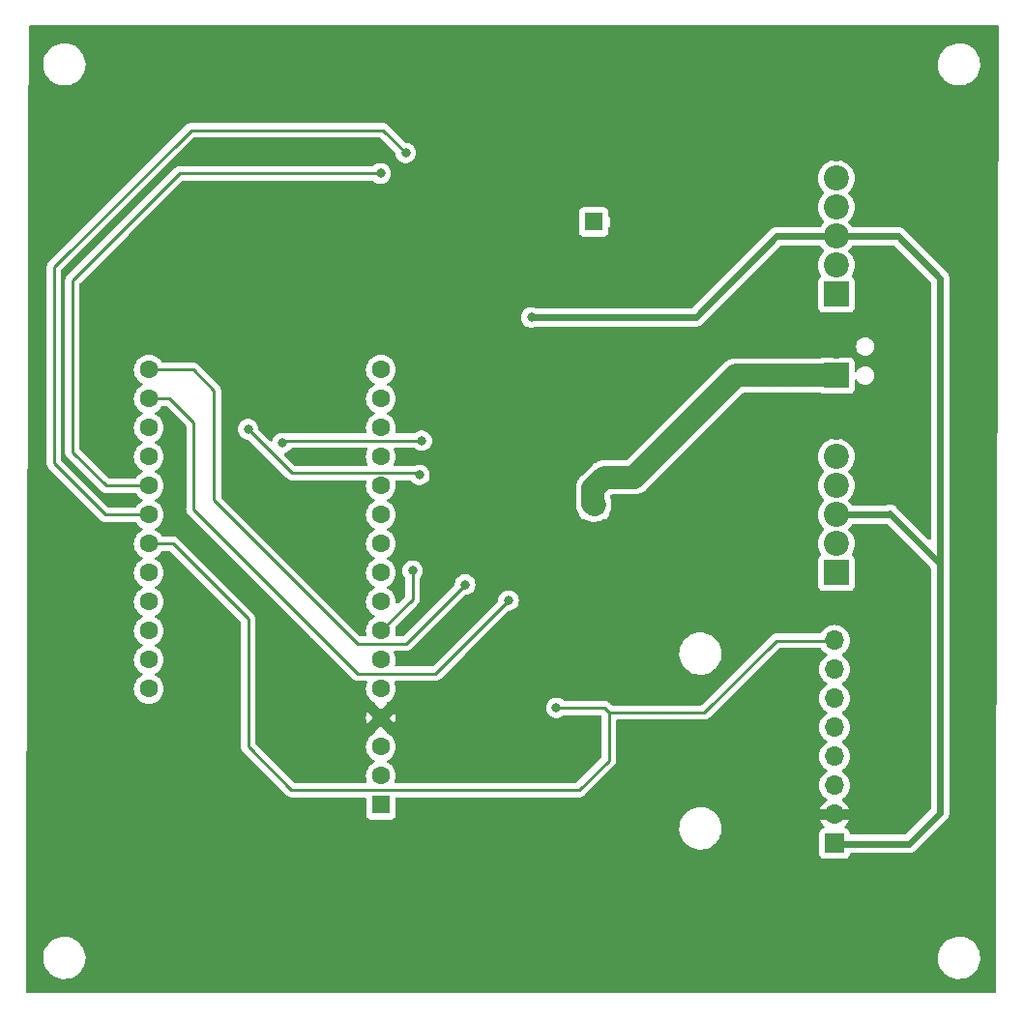
<source format=gbl>
%TF.GenerationSoftware,KiCad,Pcbnew,7.0.7*%
%TF.CreationDate,2023-11-09T13:19:11-08:00*%
%TF.ProjectId,Balance_Bot,42616c61-6e63-4655-9f42-6f742e6b6963,rev?*%
%TF.SameCoordinates,Original*%
%TF.FileFunction,Copper,L2,Bot*%
%TF.FilePolarity,Positive*%
%FSLAX46Y46*%
G04 Gerber Fmt 4.6, Leading zero omitted, Abs format (unit mm)*
G04 Created by KiCad (PCBNEW 7.0.7) date 2023-11-09 13:19:11*
%MOMM*%
%LPD*%
G01*
G04 APERTURE LIST*
%TA.AperFunction,ComponentPad*%
%ADD10C,0.630000*%
%TD*%
%TA.AperFunction,SMDPad,CuDef*%
%ADD11R,2.600000X3.300000*%
%TD*%
%TA.AperFunction,ComponentPad*%
%ADD12R,1.600000X1.600000*%
%TD*%
%TA.AperFunction,ComponentPad*%
%ADD13C,1.600000*%
%TD*%
%TA.AperFunction,ComponentPad*%
%ADD14C,2.200000*%
%TD*%
%TA.AperFunction,ComponentPad*%
%ADD15R,2.200000X2.200000*%
%TD*%
%TA.AperFunction,ComponentPad*%
%ADD16R,1.700000X1.700000*%
%TD*%
%TA.AperFunction,ComponentPad*%
%ADD17O,1.700000X1.700000*%
%TD*%
%TA.AperFunction,ViaPad*%
%ADD18C,0.800000*%
%TD*%
%TA.AperFunction,Conductor*%
%ADD19C,0.250000*%
%TD*%
%TA.AperFunction,Conductor*%
%ADD20C,2.000000*%
%TD*%
%TA.AperFunction,Conductor*%
%ADD21C,0.600000*%
%TD*%
G04 APERTURE END LIST*
D10*
%TO.P,U2,9,GND*%
%TO.N,GND*%
X161798000Y-74736000D03*
X161798000Y-73436000D03*
X161798000Y-72136000D03*
D11*
X161148000Y-73436000D03*
D10*
X160498000Y-74736000D03*
X160498000Y-73436000D03*
X160498000Y-72136000D03*
%TD*%
D12*
%TO.P,C7,1*%
%TO.N,12V_BAT*%
X169251621Y-78232000D03*
D13*
%TO.P,C7,2*%
%TO.N,GND*%
X171751621Y-78232000D03*
%TD*%
D14*
%TO.P,J3,2,Pin_2*%
%TO.N,GND*%
X190500000Y-89154000D03*
D15*
%TO.P,J3,1,Pin_1*%
%TO.N,12V_BAT*%
X190500000Y-91694000D03*
%TD*%
D16*
%TO.P,J4,1,Pin_1*%
%TO.N,+3.3V*%
X190350000Y-132674469D03*
D17*
%TO.P,J4,2,Pin_2*%
%TO.N,GND*%
X190350000Y-130134469D03*
%TO.P,J4,3,Pin_3*%
%TO.N,SCL*%
X190350000Y-127594469D03*
%TO.P,J4,4,Pin_4*%
%TO.N,SDA*%
X190350000Y-125054469D03*
%TO.P,J4,5,Pin_5*%
%TO.N,unconnected-(J4-Pin_5-Pad5)*%
X190350000Y-122514469D03*
%TO.P,J4,6,Pin_6*%
%TO.N,unconnected-(J4-Pin_6-Pad6)*%
X190350000Y-119974469D03*
%TO.P,J4,7,Pin_7*%
%TO.N,unconnected-(J4-Pin_7-Pad7)*%
X190350000Y-117434469D03*
%TO.P,J4,8,Pin_8*%
%TO.N,INT*%
X190350000Y-114894469D03*
%TD*%
D15*
%TO.P,J1,1,Pin_1*%
%TO.N,Net-(J1-Pin_1)*%
X190500000Y-84582000D03*
D14*
%TO.P,J1,2,Pin_2*%
%TO.N,Net-(J1-Pin_2)*%
X190500000Y-82042000D03*
%TO.P,J1,3,Pin_3*%
%TO.N,+3.3V*%
X190500000Y-79502000D03*
%TO.P,J1,4,Pin_4*%
%TO.N,OUT_A_LEFT*%
X190500000Y-76962000D03*
%TO.P,J1,5,Pin_5*%
%TO.N,OUT_B_LEFT*%
X190500000Y-74422000D03*
%TO.P,J1,6,Pin_6*%
%TO.N,GND*%
X190500000Y-71882000D03*
%TD*%
D12*
%TO.P,C9,1*%
%TO.N,12V_BAT*%
X169317621Y-103000000D03*
D13*
%TO.P,C9,2*%
%TO.N,GND*%
X171817621Y-103000000D03*
%TD*%
D10*
%TO.P,U4,9,GND*%
%TO.N,GND*%
X161544000Y-99374000D03*
X161544000Y-98074000D03*
X161544000Y-96774000D03*
D11*
X160894000Y-98074000D03*
D10*
X160244000Y-99374000D03*
X160244000Y-98074000D03*
X160244000Y-96774000D03*
%TD*%
D15*
%TO.P,J2,1,Pin_1*%
%TO.N,Net-(J2-Pin_1)*%
X190500000Y-108966000D03*
D14*
%TO.P,J2,2,Pin_2*%
%TO.N,Net-(J2-Pin_2)*%
X190500000Y-106426000D03*
%TO.P,J2,3,Pin_3*%
%TO.N,+3.3V*%
X190500000Y-103886000D03*
%TO.P,J2,4,Pin_4*%
%TO.N,OUT_A_RIGHT*%
X190500000Y-101346000D03*
%TO.P,J2,5,Pin_5*%
%TO.N,OUT_B_RIGHT*%
X190500000Y-98806000D03*
%TO.P,J2,6,Pin_6*%
%TO.N,GND*%
X190500000Y-96266000D03*
%TD*%
D12*
%TO.P,A1,1,~{RESET}*%
%TO.N,unconnected-(A1-~{RESET}-Pad1)*%
X150622000Y-129286000D03*
D13*
%TO.P,A1,2,3V3*%
%TO.N,+3.3V*%
X150622000Y-126746000D03*
%TO.P,A1,3,NC*%
%TO.N,unconnected-(A1-NC-Pad3)*%
X150622000Y-124206000D03*
%TO.P,A1,4,GND*%
%TO.N,GND*%
X150622000Y-121666000D03*
%TO.P,A1,5,DAC2/A0*%
%TO.N,unconnected-(A1-DAC2{slash}A0-Pad5)*%
X150622000Y-119126000D03*
%TO.P,A1,6,DAC1/A1*%
%TO.N,unconnected-(A1-DAC1{slash}A1-Pad6)*%
X150622000Y-116586000D03*
%TO.P,A1,7,I34/A2*%
%TO.N,OUT_A_RIGHT*%
X150622000Y-114046000D03*
%TO.P,A1,8,I39/A3*%
%TO.N,OUT_B_RIGHT*%
X150622000Y-111506000D03*
%TO.P,A1,9,IO36/A4*%
%TO.N,OUT_A_LEFT*%
X150622000Y-108966000D03*
%TO.P,A1,10,IO4/A5*%
%TO.N,OUT_B_LEFT*%
X150622000Y-106426000D03*
%TO.P,A1,11,SCK/IO5*%
%TO.N,unconnected-(A1-SCK{slash}IO5-Pad11)*%
X150622000Y-103886000D03*
%TO.P,A1,12,MOSI/IO18*%
%TO.N,unconnected-(A1-MOSI{slash}IO18-Pad12)*%
X150622000Y-101346000D03*
%TO.P,A1,13,MISO/IO19*%
%TO.N,unconnected-(A1-MISO{slash}IO19-Pad13)*%
X150622000Y-98806000D03*
%TO.P,A1,14,RX/IO16*%
%TO.N,unconnected-(A1-RX{slash}IO16-Pad14)*%
X150622000Y-96266000D03*
%TO.P,A1,15,TX/IO17*%
%TO.N,unconnected-(A1-TX{slash}IO17-Pad15)*%
X150622000Y-93726000D03*
%TO.P,A1,16,IO21*%
%TO.N,unconnected-(A1-IO21-Pad16)*%
X150622000Y-91186000D03*
%TO.P,A1,17,SDA/IO23*%
%TO.N,SDA*%
X130302000Y-91186000D03*
%TO.P,A1,18,SCL/IO22*%
%TO.N,SCL*%
X130302000Y-93726000D03*
%TO.P,A1,19,A6/IO14*%
%TO.N,IN1_RIGHT*%
X130302000Y-96266000D03*
%TO.P,A1,20,A7/IO32*%
%TO.N,IN2_RIGHT*%
X130302000Y-98806000D03*
%TO.P,A1,21,A8/IO15*%
%TO.N,IN1_LEFT*%
X130302000Y-101346000D03*
%TO.P,A1,22,A9/IO33*%
%TO.N,IN2_LEFT*%
X130302000Y-103886000D03*
%TO.P,A1,23,A10/IO27*%
%TO.N,INT*%
X130302000Y-106426000D03*
%TO.P,A1,24,A11/IO12*%
%TO.N,unconnected-(A1-A11{slash}IO12-Pad24)*%
X130302000Y-108966000D03*
%TO.P,A1,25,A12/IO13*%
%TO.N,unconnected-(A1-A12{slash}IO13-Pad25)*%
X130302000Y-111506000D03*
%TO.P,A1,26,USB*%
%TO.N,unconnected-(A1-USB-Pad26)*%
X130302000Y-114046000D03*
%TO.P,A1,27,EN*%
%TO.N,unconnected-(A1-EN-Pad27)*%
X130302000Y-116586000D03*
%TO.P,A1,28,VBAT*%
%TO.N,unconnected-(A1-VBAT-Pad28)*%
X130302000Y-119126000D03*
%TD*%
D18*
%TO.N,GND*%
X167000000Y-121900000D03*
X187250000Y-126250000D03*
X184550000Y-126300000D03*
X181550000Y-126300000D03*
X178350000Y-126250000D03*
X170900000Y-117000000D03*
X171350000Y-118950000D03*
X174300000Y-124650000D03*
X175400000Y-122450000D03*
X175350000Y-120000000D03*
X173250000Y-122600000D03*
X173350000Y-120000000D03*
X173250000Y-116850000D03*
X172200000Y-115050000D03*
X170850000Y-113700000D03*
X169750000Y-112550000D03*
X152700000Y-113550000D03*
X160200000Y-110550000D03*
X161600000Y-109900000D03*
X167100000Y-110000000D03*
X168650000Y-111500000D03*
X138100000Y-125550000D03*
X142600000Y-125300000D03*
X140800000Y-128200000D03*
X127950000Y-100000000D03*
X123100000Y-102600000D03*
X126700000Y-99500000D03*
X126750000Y-105250000D03*
X124250000Y-103650000D03*
X127250000Y-102600000D03*
X168984000Y-140190000D03*
X169350000Y-122000000D03*
X141436800Y-120200000D03*
X194800000Y-90400000D03*
X144650000Y-98700000D03*
X194800000Y-86700000D03*
X149000000Y-110200000D03*
X158500000Y-102000000D03*
X136984000Y-143190000D03*
X140000000Y-81000000D03*
X140800000Y-116400000D03*
X168000000Y-114500000D03*
X161290000Y-69500000D03*
X170500000Y-84500000D03*
X140547200Y-140390000D03*
X152200000Y-110000000D03*
X165862000Y-72898000D03*
X156100000Y-70250000D03*
X194800000Y-95800000D03*
X166000000Y-97500000D03*
X151236800Y-143190000D03*
X151236800Y-140390000D03*
X163936800Y-132000000D03*
X136436800Y-81000000D03*
X159500000Y-125000000D03*
X194800000Y-84400000D03*
X175184000Y-102990000D03*
X167386000Y-72898000D03*
X178500000Y-91000000D03*
X166000000Y-125000000D03*
X155000000Y-75500000D03*
X182000000Y-98000000D03*
X175000000Y-80010000D03*
X133436800Y-113000000D03*
X147950000Y-98700000D03*
X175184000Y-101490000D03*
X154500000Y-88000000D03*
X144110400Y-140390000D03*
X194800000Y-100000000D03*
X194800000Y-92400000D03*
X178816000Y-77000000D03*
X146700000Y-98700000D03*
X152500000Y-75500000D03*
X159512000Y-69500000D03*
X170500000Y-72898000D03*
X154800000Y-143200000D03*
X159012000Y-92500000D03*
X137936800Y-86700000D03*
X183000000Y-130500000D03*
X173500000Y-84500000D03*
X167500000Y-129200000D03*
X169250000Y-116400000D03*
X137000000Y-117200000D03*
X159000000Y-129200000D03*
X190500000Y-68500000D03*
X160790000Y-94000000D03*
X137000000Y-120000000D03*
X198200000Y-104600000D03*
X150600000Y-132000000D03*
X141500000Y-86700000D03*
X155436800Y-129200000D03*
X140500000Y-67000000D03*
X176000000Y-93500000D03*
X172000000Y-97500000D03*
X160800000Y-121000000D03*
X172000000Y-72898000D03*
X175000000Y-78500000D03*
X179500000Y-97500000D03*
X186800000Y-140200000D03*
X136936800Y-67000000D03*
X144110400Y-143190000D03*
X186800000Y-143000000D03*
X193000000Y-68500000D03*
X163000000Y-69500000D03*
X172500000Y-68500000D03*
X177184000Y-101490000D03*
X147673600Y-143190000D03*
X179673600Y-142990000D03*
X194600000Y-107200000D03*
X145000000Y-123000000D03*
X159512000Y-77216000D03*
X133500000Y-80200000D03*
X137800000Y-109600000D03*
X161000000Y-104000000D03*
X161290000Y-79000000D03*
X169000000Y-72898000D03*
X136500000Y-132000000D03*
X170000000Y-91000000D03*
X192800000Y-105200000D03*
X152500000Y-78200000D03*
X132936800Y-132000000D03*
X177500000Y-68500000D03*
X154500000Y-85200000D03*
X158500000Y-117000000D03*
X154800000Y-140400000D03*
X176500000Y-84500000D03*
X154500000Y-90700000D03*
X169000000Y-97500000D03*
X154500000Y-93500000D03*
X175500000Y-91000000D03*
X162500000Y-92500000D03*
X186350000Y-130500000D03*
X155000000Y-108600000D03*
X176110400Y-140190000D03*
X161000000Y-102000000D03*
X129936800Y-83000000D03*
X153600000Y-106400000D03*
X194850000Y-78100000D03*
X183500000Y-94000000D03*
X137936800Y-89500000D03*
X183236800Y-142990000D03*
X192400000Y-102600000D03*
X143936800Y-129200000D03*
X169200000Y-125000000D03*
X132936800Y-129200000D03*
X194600000Y-105200000D03*
X148936800Y-81000000D03*
X143800000Y-101450000D03*
X146550000Y-96150000D03*
X179673600Y-140190000D03*
X148936800Y-78200000D03*
X147673600Y-140390000D03*
X137000000Y-113000000D03*
X169300000Y-123400000D03*
X147500000Y-129200000D03*
X163936800Y-129200000D03*
X133500000Y-83000000D03*
X160790000Y-92500000D03*
X179000000Y-101490000D03*
X155436800Y-132000000D03*
X141500000Y-89500000D03*
X159000000Y-132000000D03*
X183236800Y-140190000D03*
X177038000Y-80010000D03*
X136436800Y-78200000D03*
X129936800Y-80200000D03*
X166000000Y-114500000D03*
X168984000Y-142990000D03*
X172547200Y-140190000D03*
X159012000Y-94000000D03*
X140600000Y-112800000D03*
X140547200Y-143190000D03*
X154400000Y-111800000D03*
X158500000Y-119000000D03*
X161290000Y-68000000D03*
X143936800Y-132000000D03*
X162500000Y-94000000D03*
X133436800Y-117200000D03*
X140500000Y-64200000D03*
X172500000Y-91000000D03*
X179000000Y-102990000D03*
X136984000Y-140390000D03*
X142850000Y-98700000D03*
X164850000Y-121600000D03*
X175000000Y-77000000D03*
X175184000Y-104500000D03*
X153400000Y-125200000D03*
X167150000Y-112550000D03*
X176110400Y-142990000D03*
X167500000Y-97500000D03*
X163000000Y-68000000D03*
X133436800Y-110200000D03*
X161290000Y-77216000D03*
X175000000Y-68500000D03*
X177000000Y-78500000D03*
X162600000Y-125000000D03*
X136936800Y-64200000D03*
X198200000Y-108800000D03*
X177000000Y-77000000D03*
X159512000Y-79000000D03*
X167500000Y-132000000D03*
X133436800Y-120000000D03*
X194900000Y-74150000D03*
X172547200Y-142990000D03*
X140000000Y-78200000D03*
X170500000Y-97500000D03*
X171400000Y-126400000D03*
X159512000Y-68000000D03*
X141000000Y-100150000D03*
X179000000Y-104500000D03*
X194900000Y-76000000D03*
X194900000Y-72350000D03*
X194800000Y-81000000D03*
X177222000Y-104500000D03*
X166800000Y-116400000D03*
X158500000Y-104000000D03*
X147400000Y-125400000D03*
X152500000Y-81000000D03*
X153400000Y-129200000D03*
X141436800Y-123000000D03*
X147500000Y-132000000D03*
X136500000Y-129200000D03*
X165400000Y-81800000D03*
X178816000Y-80010000D03*
X178816000Y-78500000D03*
X145000000Y-120200000D03*
X177184000Y-102990000D03*
%TO.N,OUT_A_RIGHT*%
X153400000Y-108800000D03*
%TO.N,IN1_RIGHT*%
X139000000Y-96400000D03*
X154000000Y-100400000D03*
%TO.N,IN2_RIGHT*%
X142000000Y-97600000D03*
X154200000Y-97400000D03*
%TO.N,IN1_LEFT*%
X150600000Y-74000000D03*
%TO.N,IN2_LEFT*%
X152800000Y-72200000D03*
%TO.N,+3.3V*%
X163800000Y-86600000D03*
%TO.N,SDA*%
X158000000Y-110000000D03*
%TO.N,SCL*%
X161800000Y-111400000D03*
%TO.N,INT*%
X166000000Y-120800000D03*
%TD*%
D19*
%TO.N,INT*%
X178950000Y-121200000D02*
X185230000Y-114920000D01*
X170600000Y-121200000D02*
X178950000Y-121200000D01*
X185230000Y-114920000D02*
X190500000Y-114920000D01*
%TO.N,OUT_A_RIGHT*%
X153400000Y-111268000D02*
X150622000Y-114046000D01*
X153400000Y-108800000D02*
X153400000Y-111268000D01*
%TO.N,IN1_RIGHT*%
X142821000Y-100221000D02*
X139000000Y-96400000D01*
X153821000Y-100221000D02*
X142821000Y-100221000D01*
X154000000Y-100400000D02*
X153821000Y-100221000D01*
%TO.N,IN2_RIGHT*%
X142200000Y-97400000D02*
X142000000Y-97600000D01*
X154200000Y-97400000D02*
X154000000Y-97200000D01*
X154200000Y-97400000D02*
X142200000Y-97400000D01*
%TO.N,IN1_LEFT*%
X123600000Y-83400000D02*
X132500000Y-74500000D01*
X130302000Y-101346000D02*
X126546000Y-101346000D01*
X133000000Y-74000000D02*
X150600000Y-74000000D01*
X132500000Y-74500000D02*
X133000000Y-74000000D01*
X126546000Y-101346000D02*
X123600000Y-98400000D01*
X123600000Y-98400000D02*
X123600000Y-83400000D01*
%TO.N,IN2_LEFT*%
X130302000Y-103886000D02*
X126486000Y-103886000D01*
X150800000Y-70200000D02*
X152800000Y-72200000D01*
X122000000Y-99400000D02*
X122000000Y-82200000D01*
X134000000Y-70200000D02*
X150800000Y-70200000D01*
X122000000Y-82200000D02*
X134000000Y-70200000D01*
X126486000Y-103886000D02*
X122000000Y-99400000D01*
D20*
%TO.N,12V_BAT*%
X190500000Y-91694000D02*
X181706000Y-91694000D01*
X169200000Y-101600000D02*
X169200000Y-102882379D01*
X170200000Y-100600000D02*
X169200000Y-101600000D01*
X169200000Y-102882379D02*
X169317621Y-103000000D01*
X181706000Y-91694000D02*
X172800000Y-100600000D01*
X172800000Y-100600000D02*
X170200000Y-100600000D01*
D21*
%TO.N,+3.3V*%
X190500000Y-132700000D02*
X196900000Y-132700000D01*
X199600000Y-130000000D02*
X199600000Y-108200000D01*
X163800000Y-86600000D02*
X164000000Y-86600000D01*
X190500000Y-79502000D02*
X185298000Y-79502000D01*
X195114000Y-103886000D02*
X190500000Y-103886000D01*
X195902000Y-79502000D02*
X190500000Y-79502000D01*
X178200000Y-86600000D02*
X163800000Y-86600000D01*
X199600000Y-108200000D02*
X199600000Y-83200000D01*
X199600000Y-83200000D02*
X195902000Y-79502000D01*
X199600000Y-108200000D02*
X195200000Y-103800000D01*
X195200000Y-103800000D02*
X195114000Y-103886000D01*
X185298000Y-79502000D02*
X178200000Y-86600000D01*
X196900000Y-132700000D02*
X199600000Y-130000000D01*
D19*
%TO.N,SDA*%
X148571000Y-115171000D02*
X136000000Y-102600000D01*
X158000000Y-110000000D02*
X152829000Y-115171000D01*
X136000000Y-93000000D02*
X134186000Y-91186000D01*
X136000000Y-102600000D02*
X136000000Y-93000000D01*
X134186000Y-91186000D02*
X130302000Y-91186000D01*
X152829000Y-115171000D02*
X148571000Y-115171000D01*
X158091000Y-110091000D02*
X158000000Y-110000000D01*
%TO.N,SCL*%
X134200000Y-95800000D02*
X132126000Y-93726000D01*
X132126000Y-93726000D02*
X130302000Y-93726000D01*
X155400000Y-117800000D02*
X148600000Y-117800000D01*
X161800000Y-111400000D02*
X155400000Y-117800000D01*
X148600000Y-117800000D02*
X134200000Y-103400000D01*
X134200000Y-103400000D02*
X134200000Y-95800000D01*
%TO.N,INT*%
X132426000Y-106426000D02*
X130302000Y-106426000D01*
X166000000Y-120800000D02*
X170200000Y-120800000D01*
X142800000Y-128000000D02*
X139000000Y-124200000D01*
X170200000Y-120800000D02*
X170600000Y-121200000D01*
X170600000Y-125400000D02*
X168000000Y-128000000D01*
X139000000Y-113000000D02*
X132426000Y-106426000D01*
X139000000Y-124200000D02*
X139000000Y-113000000D01*
X168000000Y-128000000D02*
X142800000Y-128000000D01*
X170600000Y-121200000D02*
X170600000Y-125400000D01*
%TD*%
%TA.AperFunction,Conductor*%
%TO.N,GND*%
G36*
X163830000Y-78486000D02*
G01*
X158496000Y-78486000D01*
X158496000Y-68072000D01*
X163830000Y-68072000D01*
X163830000Y-78486000D01*
G37*
%TD.AperFunction*%
%TD*%
%TA.AperFunction,Conductor*%
%TO.N,GND*%
G36*
X173228000Y-80772000D02*
G01*
X170688000Y-80772000D01*
X170688000Y-76454000D01*
X173228000Y-76454000D01*
X173228000Y-80772000D01*
G37*
%TD.AperFunction*%
%TD*%
%TA.AperFunction,Conductor*%
%TO.N,GND*%
G36*
X188999500Y-133572339D02*
G01*
X188999501Y-133572345D01*
X189005908Y-133631952D01*
X189056202Y-133766797D01*
X189056206Y-133766804D01*
X189142452Y-133882013D01*
X189142455Y-133882016D01*
X189257664Y-133968262D01*
X189257671Y-133968266D01*
X189392517Y-134018560D01*
X189392516Y-134018560D01*
X189399444Y-134019304D01*
X189452127Y-134024969D01*
X191247872Y-134024968D01*
X191307483Y-134018560D01*
X191442331Y-133968265D01*
X191557546Y-133882015D01*
X191643796Y-133766800D01*
X191694091Y-133631952D01*
X191696318Y-133611243D01*
X191723057Y-133546692D01*
X191780450Y-133506845D01*
X191819607Y-133500500D01*
X192532000Y-133500500D01*
X192532000Y-136144000D01*
X188722000Y-136144000D01*
X188722000Y-132842000D01*
X188999500Y-132842000D01*
X188999500Y-133572339D01*
G37*
%TD.AperFunction*%
%TD*%
%TA.AperFunction,Conductor*%
%TO.N,GND*%
G36*
X192278000Y-88907960D02*
G01*
X192254631Y-88974745D01*
X192254630Y-88974750D01*
X192234435Y-89153996D01*
X192234435Y-89154003D01*
X192254630Y-89333249D01*
X192254631Y-89333254D01*
X192278000Y-89400038D01*
X192278000Y-90424000D01*
X192070774Y-90424000D01*
X192043797Y-90351671D01*
X192043793Y-90351664D01*
X191957547Y-90236455D01*
X191957544Y-90236452D01*
X191842335Y-90150206D01*
X191842328Y-90150202D01*
X191707482Y-90099908D01*
X191707483Y-90099908D01*
X191647883Y-90093501D01*
X191647881Y-90093500D01*
X191647873Y-90093500D01*
X191647864Y-90093500D01*
X189352129Y-90093500D01*
X189352123Y-90093501D01*
X189292516Y-90099908D01*
X189157671Y-90150202D01*
X189157668Y-90150204D01*
X189132872Y-90168767D01*
X189067408Y-90193184D01*
X189058561Y-90193500D01*
X188468000Y-90193500D01*
X188468000Y-87122000D01*
X192278000Y-87122000D01*
X192278000Y-88907960D01*
G37*
%TD.AperFunction*%
%TD*%
%TA.AperFunction,Conductor*%
%TO.N,GND*%
G36*
X192278000Y-73406000D02*
G01*
X191737051Y-73406000D01*
X191635224Y-73286776D01*
X191508571Y-73178604D01*
X191443656Y-73123161D01*
X191443653Y-73123160D01*
X191228859Y-72991533D01*
X190996110Y-72895126D01*
X190751151Y-72836317D01*
X190500000Y-72816551D01*
X190248848Y-72836317D01*
X190003889Y-72895126D01*
X189771140Y-72991533D01*
X189556346Y-73123160D01*
X189556343Y-73123161D01*
X189364776Y-73286776D01*
X189262948Y-73406000D01*
X188468000Y-73406000D01*
X188468000Y-70104000D01*
X192278000Y-70104000D01*
X192278000Y-73406000D01*
G37*
%TD.AperFunction*%
%TD*%
%TA.AperFunction,Conductor*%
%TO.N,GND*%
G36*
X163576000Y-103124000D02*
G01*
X158242000Y-103124000D01*
X158242000Y-92710000D01*
X163576000Y-92710000D01*
X163576000Y-103124000D01*
G37*
%TD.AperFunction*%
%TD*%
%TA.AperFunction,Conductor*%
%TO.N,GND*%
G36*
X173228000Y-105410000D02*
G01*
X170688000Y-105410000D01*
X170688000Y-103613312D01*
X170720265Y-103547314D01*
X170747237Y-103456714D01*
X170791219Y-103308981D01*
X170821978Y-103062221D01*
X170811701Y-102813763D01*
X170760670Y-102570386D01*
X170708982Y-102437918D01*
X170700500Y-102392844D01*
X170700500Y-102272889D01*
X170720185Y-102205850D01*
X170736819Y-102185208D01*
X170785208Y-102136819D01*
X170846531Y-102103334D01*
X170872889Y-102100500D01*
X172702981Y-102100500D01*
X172710652Y-102100975D01*
X172737779Y-102104357D01*
X172831035Y-102100500D01*
X172862067Y-102100500D01*
X172892990Y-102097937D01*
X172986237Y-102094081D01*
X173012982Y-102088472D01*
X173020582Y-102087364D01*
X173047821Y-102085108D01*
X173047824Y-102085107D01*
X173047826Y-102085107D01*
X173047829Y-102085106D01*
X173138288Y-102062198D01*
X173138287Y-102062198D01*
X173228000Y-102043387D01*
X173228000Y-105410000D01*
G37*
%TD.AperFunction*%
%TD*%
%TA.AperFunction,Conductor*%
%TO.N,GND*%
G36*
X149423408Y-98045185D02*
G01*
X149469163Y-98097989D01*
X149479107Y-98167147D01*
X149468751Y-98201905D01*
X149395262Y-98359502D01*
X149395258Y-98359511D01*
X149336366Y-98579302D01*
X149336364Y-98579313D01*
X149316532Y-98805998D01*
X149316532Y-98806001D01*
X149336364Y-99032686D01*
X149336366Y-99032697D01*
X149395258Y-99252488D01*
X149395260Y-99252492D01*
X149395261Y-99252496D01*
X149469563Y-99411836D01*
X149472948Y-99419095D01*
X149483440Y-99488173D01*
X149454920Y-99551957D01*
X149396444Y-99590196D01*
X149360566Y-99595500D01*
X143131452Y-99595500D01*
X143064413Y-99575815D01*
X143043771Y-99559181D01*
X142165783Y-98681193D01*
X142132298Y-98619870D01*
X142137282Y-98550178D01*
X142179154Y-98494245D01*
X142227679Y-98472223D01*
X142279803Y-98461144D01*
X142279807Y-98461142D01*
X142279808Y-98461142D01*
X142338058Y-98435206D01*
X142452730Y-98384151D01*
X142605871Y-98272888D01*
X142732533Y-98132216D01*
X142752294Y-98097989D01*
X142758350Y-98087500D01*
X142808917Y-98039285D01*
X142865737Y-98025500D01*
X149356369Y-98025500D01*
X149423408Y-98045185D01*
G37*
%TD.AperFunction*%
%TA.AperFunction,Conductor*%
G36*
X204666484Y-61041185D02*
G01*
X204712239Y-61093989D01*
X204723443Y-61145867D01*
X204510019Y-132429605D01*
X204470370Y-145672371D01*
X204450485Y-145739351D01*
X204397545Y-145784948D01*
X204346371Y-145796000D01*
X119660370Y-145796000D01*
X119593331Y-145776315D01*
X119547576Y-145723511D01*
X119536371Y-145671630D01*
X119539760Y-144536500D01*
X119545082Y-142753763D01*
X121064787Y-142753763D01*
X121094413Y-143023013D01*
X121094415Y-143023024D01*
X121162926Y-143285082D01*
X121162928Y-143285088D01*
X121268870Y-143534390D01*
X121340998Y-143652575D01*
X121409979Y-143765605D01*
X121409986Y-143765615D01*
X121583253Y-143973819D01*
X121583259Y-143973824D01*
X121784998Y-144154582D01*
X122010910Y-144304044D01*
X122256176Y-144419020D01*
X122256183Y-144419022D01*
X122256185Y-144419023D01*
X122515557Y-144497057D01*
X122515564Y-144497058D01*
X122515569Y-144497060D01*
X122783561Y-144536500D01*
X122783566Y-144536500D01*
X122986636Y-144536500D01*
X123038133Y-144532730D01*
X123189156Y-144521677D01*
X123301758Y-144496593D01*
X123453546Y-144462782D01*
X123453548Y-144462781D01*
X123453553Y-144462780D01*
X123706558Y-144366014D01*
X123942777Y-144233441D01*
X124157177Y-144067888D01*
X124345186Y-143872881D01*
X124502799Y-143652579D01*
X124576787Y-143508669D01*
X124626649Y-143411690D01*
X124626651Y-143411684D01*
X124626656Y-143411675D01*
X124714118Y-143155305D01*
X124763319Y-142888933D01*
X124768259Y-142753763D01*
X199394787Y-142753763D01*
X199424413Y-143023013D01*
X199424415Y-143023024D01*
X199492926Y-143285082D01*
X199492928Y-143285088D01*
X199598870Y-143534390D01*
X199670998Y-143652575D01*
X199739979Y-143765605D01*
X199739986Y-143765615D01*
X199913253Y-143973819D01*
X199913259Y-143973824D01*
X200114998Y-144154582D01*
X200340910Y-144304044D01*
X200586176Y-144419020D01*
X200586183Y-144419022D01*
X200586185Y-144419023D01*
X200845557Y-144497057D01*
X200845564Y-144497058D01*
X200845569Y-144497060D01*
X201113561Y-144536500D01*
X201113566Y-144536500D01*
X201316636Y-144536500D01*
X201368133Y-144532730D01*
X201519156Y-144521677D01*
X201631758Y-144496593D01*
X201783546Y-144462782D01*
X201783548Y-144462781D01*
X201783553Y-144462780D01*
X202036558Y-144366014D01*
X202272777Y-144233441D01*
X202487177Y-144067888D01*
X202675186Y-143872881D01*
X202832799Y-143652579D01*
X202906787Y-143508669D01*
X202956649Y-143411690D01*
X202956651Y-143411684D01*
X202956656Y-143411675D01*
X203044118Y-143155305D01*
X203093319Y-142888933D01*
X203103212Y-142618235D01*
X203073586Y-142348982D01*
X203005072Y-142086912D01*
X202899130Y-141837610D01*
X202758018Y-141606390D01*
X202668747Y-141499119D01*
X202584746Y-141398180D01*
X202584740Y-141398175D01*
X202383002Y-141217418D01*
X202157092Y-141067957D01*
X202157090Y-141067956D01*
X201911824Y-140952980D01*
X201911819Y-140952978D01*
X201911814Y-140952976D01*
X201652442Y-140874942D01*
X201652428Y-140874939D01*
X201536791Y-140857921D01*
X201384439Y-140835500D01*
X201181369Y-140835500D01*
X201181364Y-140835500D01*
X200978844Y-140850323D01*
X200978831Y-140850325D01*
X200714453Y-140909217D01*
X200714446Y-140909220D01*
X200461439Y-141005987D01*
X200225226Y-141138557D01*
X200010822Y-141304112D01*
X199822822Y-141499109D01*
X199822816Y-141499116D01*
X199665202Y-141719419D01*
X199665199Y-141719424D01*
X199541350Y-141960309D01*
X199541343Y-141960327D01*
X199453884Y-142216685D01*
X199453881Y-142216699D01*
X199404681Y-142483068D01*
X199404680Y-142483075D01*
X199394787Y-142753763D01*
X124768259Y-142753763D01*
X124773212Y-142618235D01*
X124743586Y-142348982D01*
X124675072Y-142086912D01*
X124569130Y-141837610D01*
X124428018Y-141606390D01*
X124338747Y-141499119D01*
X124254746Y-141398180D01*
X124254740Y-141398175D01*
X124053002Y-141217418D01*
X123827092Y-141067957D01*
X123827090Y-141067956D01*
X123581824Y-140952980D01*
X123581819Y-140952978D01*
X123581814Y-140952976D01*
X123322442Y-140874942D01*
X123322428Y-140874939D01*
X123206791Y-140857921D01*
X123054439Y-140835500D01*
X122851369Y-140835500D01*
X122851364Y-140835500D01*
X122648844Y-140850323D01*
X122648831Y-140850325D01*
X122384453Y-140909217D01*
X122384446Y-140909220D01*
X122131439Y-141005987D01*
X121895226Y-141138557D01*
X121680822Y-141304112D01*
X121492822Y-141499109D01*
X121492816Y-141499116D01*
X121335202Y-141719419D01*
X121335199Y-141719424D01*
X121211350Y-141960309D01*
X121211343Y-141960327D01*
X121123884Y-142216685D01*
X121123881Y-142216699D01*
X121074681Y-142483068D01*
X121074680Y-142483075D01*
X121064787Y-142753763D01*
X119545082Y-142753763D01*
X119578920Y-131417763D01*
X176745787Y-131417763D01*
X176775413Y-131687013D01*
X176775415Y-131687024D01*
X176830223Y-131896666D01*
X176843928Y-131949088D01*
X176949870Y-132198390D01*
X177021998Y-132316575D01*
X177090979Y-132429605D01*
X177090986Y-132429615D01*
X177264253Y-132637819D01*
X177264259Y-132637824D01*
X177465998Y-132818582D01*
X177691910Y-132968044D01*
X177937176Y-133083020D01*
X177937183Y-133083022D01*
X177937185Y-133083023D01*
X178196557Y-133161057D01*
X178196564Y-133161058D01*
X178196569Y-133161060D01*
X178464561Y-133200500D01*
X178464566Y-133200500D01*
X178667636Y-133200500D01*
X178719133Y-133196730D01*
X178870156Y-133185677D01*
X178982758Y-133160593D01*
X179134546Y-133126782D01*
X179134548Y-133126781D01*
X179134553Y-133126780D01*
X179387558Y-133030014D01*
X179623777Y-132897441D01*
X179838177Y-132731888D01*
X180026186Y-132536881D01*
X180183799Y-132316579D01*
X180257787Y-132172669D01*
X180307649Y-132075690D01*
X180307651Y-132075684D01*
X180307656Y-132075675D01*
X180395118Y-131819305D01*
X180444319Y-131552933D01*
X180454212Y-131282235D01*
X180424586Y-131012982D01*
X180356072Y-130750912D01*
X180250130Y-130501610D01*
X180109018Y-130270390D01*
X180065968Y-130218660D01*
X179935746Y-130062180D01*
X179935740Y-130062175D01*
X179734002Y-129881418D01*
X179508092Y-129731957D01*
X179450035Y-129704741D01*
X179262824Y-129616980D01*
X179262819Y-129616978D01*
X179262814Y-129616976D01*
X179003442Y-129538942D01*
X179003428Y-129538939D01*
X178887791Y-129521921D01*
X178735439Y-129499500D01*
X178532369Y-129499500D01*
X178532364Y-129499500D01*
X178329844Y-129514323D01*
X178329831Y-129514325D01*
X178065453Y-129573217D01*
X178065446Y-129573220D01*
X177812439Y-129669987D01*
X177576226Y-129802557D01*
X177361822Y-129968112D01*
X177173822Y-130163109D01*
X177173816Y-130163116D01*
X177016202Y-130383419D01*
X177016199Y-130383424D01*
X176892350Y-130624309D01*
X176892343Y-130624327D01*
X176804884Y-130880685D01*
X176804881Y-130880699D01*
X176755681Y-131147068D01*
X176755680Y-131147075D01*
X176745787Y-131417763D01*
X119578920Y-131417763D01*
X119619277Y-117898124D01*
X119725898Y-82180195D01*
X121369840Y-82180195D01*
X121374225Y-82226583D01*
X121374500Y-82232421D01*
X121374500Y-99317255D01*
X121372775Y-99332872D01*
X121373061Y-99332899D01*
X121372326Y-99340665D01*
X121374500Y-99409814D01*
X121374500Y-99439343D01*
X121374501Y-99439360D01*
X121375368Y-99446231D01*
X121375826Y-99452050D01*
X121377290Y-99498624D01*
X121377291Y-99498627D01*
X121382880Y-99517867D01*
X121386824Y-99536911D01*
X121388725Y-99551957D01*
X121389336Y-99556791D01*
X121406490Y-99600119D01*
X121408382Y-99605647D01*
X121421381Y-99650388D01*
X121431580Y-99667634D01*
X121440138Y-99685103D01*
X121447514Y-99703732D01*
X121474898Y-99741423D01*
X121478106Y-99746307D01*
X121501827Y-99786416D01*
X121501833Y-99786424D01*
X121515990Y-99800580D01*
X121528628Y-99815376D01*
X121540405Y-99831586D01*
X121540406Y-99831587D01*
X121576309Y-99861288D01*
X121580620Y-99865210D01*
X124892636Y-103177227D01*
X125985197Y-104269788D01*
X125995022Y-104282051D01*
X125995243Y-104281869D01*
X126000214Y-104287878D01*
X126026217Y-104312295D01*
X126050635Y-104335226D01*
X126071529Y-104356120D01*
X126077011Y-104360373D01*
X126081443Y-104364157D01*
X126115418Y-104396062D01*
X126132976Y-104405714D01*
X126149233Y-104416393D01*
X126165064Y-104428673D01*
X126184737Y-104437186D01*
X126207833Y-104447182D01*
X126213077Y-104449750D01*
X126253908Y-104472197D01*
X126266523Y-104475435D01*
X126273305Y-104477177D01*
X126291719Y-104483481D01*
X126310104Y-104491438D01*
X126356157Y-104498732D01*
X126361826Y-104499906D01*
X126406981Y-104511500D01*
X126427016Y-104511500D01*
X126446413Y-104513026D01*
X126466196Y-104516160D01*
X126512583Y-104511775D01*
X126518422Y-104511500D01*
X129087812Y-104511500D01*
X129154851Y-104531185D01*
X129189387Y-104564377D01*
X129301954Y-104725141D01*
X129462858Y-104886045D01*
X129462861Y-104886047D01*
X129649266Y-105016568D01*
X129707275Y-105043618D01*
X129759714Y-105089791D01*
X129778866Y-105156984D01*
X129758650Y-105223865D01*
X129707275Y-105268382D01*
X129649267Y-105295431D01*
X129649265Y-105295432D01*
X129462858Y-105425954D01*
X129301954Y-105586858D01*
X129171432Y-105773265D01*
X129171431Y-105773267D01*
X129075261Y-105979502D01*
X129075258Y-105979511D01*
X129016366Y-106199302D01*
X129016364Y-106199313D01*
X128996532Y-106425998D01*
X128996532Y-106426001D01*
X129016364Y-106652686D01*
X129016366Y-106652697D01*
X129075258Y-106872488D01*
X129075261Y-106872497D01*
X129171431Y-107078732D01*
X129171432Y-107078734D01*
X129301954Y-107265141D01*
X129462858Y-107426045D01*
X129462861Y-107426047D01*
X129649266Y-107556568D01*
X129707275Y-107583618D01*
X129759714Y-107629791D01*
X129778866Y-107696984D01*
X129758650Y-107763865D01*
X129707275Y-107808382D01*
X129649267Y-107835431D01*
X129649265Y-107835432D01*
X129462858Y-107965954D01*
X129301954Y-108126858D01*
X129171432Y-108313265D01*
X129171431Y-108313267D01*
X129075261Y-108519502D01*
X129075258Y-108519511D01*
X129016366Y-108739302D01*
X129016364Y-108739313D01*
X128996532Y-108965998D01*
X128996532Y-108966001D01*
X129016364Y-109192686D01*
X129016366Y-109192697D01*
X129075258Y-109412488D01*
X129075261Y-109412497D01*
X129171431Y-109618732D01*
X129171432Y-109618734D01*
X129301954Y-109805141D01*
X129462858Y-109966045D01*
X129462861Y-109966047D01*
X129649266Y-110096568D01*
X129707275Y-110123618D01*
X129759714Y-110169791D01*
X129778866Y-110236984D01*
X129758650Y-110303865D01*
X129707275Y-110348382D01*
X129649267Y-110375431D01*
X129649265Y-110375432D01*
X129462858Y-110505954D01*
X129301954Y-110666858D01*
X129171432Y-110853265D01*
X129171431Y-110853267D01*
X129075261Y-111059502D01*
X129075258Y-111059511D01*
X129016366Y-111279302D01*
X129016364Y-111279313D01*
X128996532Y-111505998D01*
X128996532Y-111506001D01*
X129016364Y-111732686D01*
X129016366Y-111732697D01*
X129075258Y-111952488D01*
X129075261Y-111952497D01*
X129171431Y-112158732D01*
X129171432Y-112158734D01*
X129301954Y-112345141D01*
X129462858Y-112506045D01*
X129462861Y-112506047D01*
X129649266Y-112636568D01*
X129696456Y-112658573D01*
X129707275Y-112663618D01*
X129759714Y-112709791D01*
X129778866Y-112776984D01*
X129758650Y-112843865D01*
X129707275Y-112888382D01*
X129649267Y-112915431D01*
X129649265Y-112915432D01*
X129462858Y-113045954D01*
X129301954Y-113206858D01*
X129171432Y-113393265D01*
X129171431Y-113393267D01*
X129075261Y-113599502D01*
X129075258Y-113599511D01*
X129016366Y-113819302D01*
X129016364Y-113819313D01*
X128996532Y-114045998D01*
X128996532Y-114046001D01*
X129016364Y-114272686D01*
X129016366Y-114272697D01*
X129075258Y-114492488D01*
X129075261Y-114492497D01*
X129171431Y-114698732D01*
X129171432Y-114698734D01*
X129301954Y-114885141D01*
X129462858Y-115046045D01*
X129462861Y-115046047D01*
X129649266Y-115176568D01*
X129707275Y-115203618D01*
X129759714Y-115249791D01*
X129778866Y-115316984D01*
X129758650Y-115383865D01*
X129707275Y-115428382D01*
X129649267Y-115455431D01*
X129649265Y-115455432D01*
X129462858Y-115585954D01*
X129301954Y-115746858D01*
X129171432Y-115933265D01*
X129171431Y-115933267D01*
X129075261Y-116139502D01*
X129075258Y-116139511D01*
X129016366Y-116359302D01*
X129016364Y-116359313D01*
X128996532Y-116585998D01*
X128996532Y-116586001D01*
X129016364Y-116812686D01*
X129016366Y-116812697D01*
X129075258Y-117032488D01*
X129075261Y-117032497D01*
X129171431Y-117238732D01*
X129171432Y-117238734D01*
X129301954Y-117425141D01*
X129462858Y-117586045D01*
X129462861Y-117586047D01*
X129649266Y-117716568D01*
X129707275Y-117743618D01*
X129759714Y-117789791D01*
X129778866Y-117856984D01*
X129758650Y-117923865D01*
X129707275Y-117968382D01*
X129649267Y-117995431D01*
X129649265Y-117995432D01*
X129462858Y-118125954D01*
X129301954Y-118286858D01*
X129171432Y-118473265D01*
X129171431Y-118473267D01*
X129075261Y-118679502D01*
X129075258Y-118679511D01*
X129016366Y-118899302D01*
X129016364Y-118899313D01*
X128996532Y-119125998D01*
X128996532Y-119126001D01*
X129016364Y-119352686D01*
X129016366Y-119352697D01*
X129075258Y-119572488D01*
X129075261Y-119572497D01*
X129171431Y-119778732D01*
X129171432Y-119778734D01*
X129301954Y-119965141D01*
X129462858Y-120126045D01*
X129464382Y-120127112D01*
X129649266Y-120256568D01*
X129855504Y-120352739D01*
X130075308Y-120411635D01*
X130237230Y-120425801D01*
X130301998Y-120431468D01*
X130302000Y-120431468D01*
X130302002Y-120431468D01*
X130358672Y-120426509D01*
X130528692Y-120411635D01*
X130748496Y-120352739D01*
X130954734Y-120256568D01*
X131141139Y-120126047D01*
X131302047Y-119965139D01*
X131432568Y-119778734D01*
X131528739Y-119572496D01*
X131587635Y-119352692D01*
X131607468Y-119126000D01*
X131587635Y-118899308D01*
X131535428Y-118704469D01*
X131528741Y-118679511D01*
X131528738Y-118679502D01*
X131518465Y-118657471D01*
X131432568Y-118473266D01*
X131302047Y-118286861D01*
X131302045Y-118286858D01*
X131141141Y-118125954D01*
X130954735Y-117995433D01*
X130954736Y-117995433D01*
X130954734Y-117995432D01*
X130896722Y-117968380D01*
X130844284Y-117922208D01*
X130825133Y-117855014D01*
X130845349Y-117788133D01*
X130896721Y-117743619D01*
X130954734Y-117716568D01*
X131141139Y-117586047D01*
X131302047Y-117425139D01*
X131432568Y-117238734D01*
X131528739Y-117032496D01*
X131587635Y-116812692D01*
X131607468Y-116586000D01*
X131587635Y-116359308D01*
X131535428Y-116164469D01*
X131528741Y-116139511D01*
X131528738Y-116139502D01*
X131518465Y-116117471D01*
X131432568Y-115933266D01*
X131309283Y-115757195D01*
X131302045Y-115746858D01*
X131141141Y-115585954D01*
X130954734Y-115455432D01*
X130954728Y-115455429D01*
X130896725Y-115428382D01*
X130844285Y-115382210D01*
X130825133Y-115315017D01*
X130845348Y-115248135D01*
X130896725Y-115203618D01*
X130954734Y-115176568D01*
X131141139Y-115046047D01*
X131302047Y-114885139D01*
X131432568Y-114698734D01*
X131528739Y-114492496D01*
X131587635Y-114272692D01*
X131607468Y-114046000D01*
X131587635Y-113819308D01*
X131528739Y-113599504D01*
X131432568Y-113393266D01*
X131302047Y-113206861D01*
X131302045Y-113206858D01*
X131141141Y-113045954D01*
X130954734Y-112915432D01*
X130954728Y-112915429D01*
X130896725Y-112888382D01*
X130844285Y-112842210D01*
X130825133Y-112775017D01*
X130845348Y-112708135D01*
X130896725Y-112663618D01*
X130907544Y-112658573D01*
X130954734Y-112636568D01*
X131141139Y-112506047D01*
X131302047Y-112345139D01*
X131432568Y-112158734D01*
X131528739Y-111952496D01*
X131587635Y-111732692D01*
X131607468Y-111506000D01*
X131606951Y-111500095D01*
X131593559Y-111347018D01*
X131587635Y-111279308D01*
X131528739Y-111059504D01*
X131432568Y-110853266D01*
X131302047Y-110666861D01*
X131302045Y-110666858D01*
X131141141Y-110505954D01*
X130954734Y-110375432D01*
X130954728Y-110375429D01*
X130896725Y-110348382D01*
X130844285Y-110302210D01*
X130825133Y-110235017D01*
X130845348Y-110168135D01*
X130896725Y-110123618D01*
X130954734Y-110096568D01*
X131141139Y-109966047D01*
X131302047Y-109805139D01*
X131432568Y-109618734D01*
X131528739Y-109412496D01*
X131587635Y-109192692D01*
X131607468Y-108966000D01*
X131587635Y-108739308D01*
X131528739Y-108519504D01*
X131432568Y-108313266D01*
X131302047Y-108126861D01*
X131302045Y-108126858D01*
X131141141Y-107965954D01*
X130954734Y-107835432D01*
X130954728Y-107835429D01*
X130917626Y-107818128D01*
X130896724Y-107808381D01*
X130844285Y-107762210D01*
X130825133Y-107695017D01*
X130845348Y-107628135D01*
X130896725Y-107583618D01*
X130954734Y-107556568D01*
X131141139Y-107426047D01*
X131302047Y-107265139D01*
X131414612Y-107104377D01*
X131469189Y-107060752D01*
X131516188Y-107051500D01*
X132115548Y-107051500D01*
X132182587Y-107071185D01*
X132203229Y-107087819D01*
X138338181Y-113222771D01*
X138371666Y-113284094D01*
X138374500Y-113310452D01*
X138374500Y-124117255D01*
X138372775Y-124132872D01*
X138373061Y-124132899D01*
X138372326Y-124140665D01*
X138374500Y-124209814D01*
X138374500Y-124239343D01*
X138374501Y-124239360D01*
X138375368Y-124246231D01*
X138375826Y-124252050D01*
X138377290Y-124298624D01*
X138377291Y-124298627D01*
X138382880Y-124317867D01*
X138386824Y-124336911D01*
X138389336Y-124356792D01*
X138397194Y-124376640D01*
X138406490Y-124400119D01*
X138408382Y-124405647D01*
X138421381Y-124450388D01*
X138431580Y-124467634D01*
X138440138Y-124485103D01*
X138447514Y-124503732D01*
X138474898Y-124541423D01*
X138478106Y-124546307D01*
X138501827Y-124586416D01*
X138501833Y-124586424D01*
X138515990Y-124600580D01*
X138528628Y-124615376D01*
X138540405Y-124631586D01*
X138540406Y-124631587D01*
X138576309Y-124661288D01*
X138580620Y-124665210D01*
X140471380Y-126555970D01*
X142299194Y-128383784D01*
X142309019Y-128396048D01*
X142309240Y-128395866D01*
X142314210Y-128401873D01*
X142314213Y-128401876D01*
X142314214Y-128401877D01*
X142364651Y-128449241D01*
X142385530Y-128470120D01*
X142391004Y-128474366D01*
X142395442Y-128478156D01*
X142429418Y-128510062D01*
X142429422Y-128510064D01*
X142446973Y-128519713D01*
X142463231Y-128530392D01*
X142479064Y-128542674D01*
X142501015Y-128552172D01*
X142521837Y-128561183D01*
X142527081Y-128563752D01*
X142567908Y-128586197D01*
X142587312Y-128591179D01*
X142605710Y-128597478D01*
X142624105Y-128605438D01*
X142670129Y-128612726D01*
X142675832Y-128613907D01*
X142720981Y-128625500D01*
X142741016Y-128625500D01*
X142760413Y-128627026D01*
X142780196Y-128630160D01*
X142826583Y-128625775D01*
X142832422Y-128625500D01*
X149197500Y-128625500D01*
X149264539Y-128645185D01*
X149310294Y-128697989D01*
X149321500Y-128749500D01*
X149321500Y-130133870D01*
X149321501Y-130133876D01*
X149327908Y-130193483D01*
X149378202Y-130328328D01*
X149378206Y-130328335D01*
X149464452Y-130443544D01*
X149464455Y-130443547D01*
X149579664Y-130529793D01*
X149579671Y-130529797D01*
X149714517Y-130580091D01*
X149714516Y-130580091D01*
X149721444Y-130580835D01*
X149774127Y-130586500D01*
X151469872Y-130586499D01*
X151529483Y-130580091D01*
X151664331Y-130529796D01*
X151779546Y-130443546D01*
X151865796Y-130328331D01*
X151916091Y-130193483D01*
X151922500Y-130133873D01*
X151922499Y-128749499D01*
X151942184Y-128682461D01*
X151994987Y-128636706D01*
X152046499Y-128625500D01*
X167917257Y-128625500D01*
X167932877Y-128627224D01*
X167932904Y-128626939D01*
X167940660Y-128627671D01*
X167940667Y-128627673D01*
X168009814Y-128625500D01*
X168039350Y-128625500D01*
X168046228Y-128624630D01*
X168052041Y-128624172D01*
X168098627Y-128622709D01*
X168117869Y-128617117D01*
X168136912Y-128613174D01*
X168156792Y-128610664D01*
X168200122Y-128593507D01*
X168205646Y-128591617D01*
X168209396Y-128590527D01*
X168250390Y-128578618D01*
X168267629Y-128568422D01*
X168285103Y-128559862D01*
X168303727Y-128552488D01*
X168303727Y-128552487D01*
X168303732Y-128552486D01*
X168341449Y-128525082D01*
X168346305Y-128521892D01*
X168386420Y-128498170D01*
X168400589Y-128483999D01*
X168415379Y-128471368D01*
X168431587Y-128459594D01*
X168461299Y-128423676D01*
X168465212Y-128419376D01*
X170983788Y-125900801D01*
X170996042Y-125890986D01*
X170995859Y-125890764D01*
X171001866Y-125885792D01*
X171001877Y-125885786D01*
X171032775Y-125852882D01*
X171049227Y-125835364D01*
X171059671Y-125824918D01*
X171070120Y-125814471D01*
X171074379Y-125808978D01*
X171078152Y-125804561D01*
X171110062Y-125770582D01*
X171119713Y-125753024D01*
X171130396Y-125736761D01*
X171142673Y-125720936D01*
X171161185Y-125678153D01*
X171163738Y-125672941D01*
X171186197Y-125632092D01*
X171191180Y-125612680D01*
X171197481Y-125594280D01*
X171205437Y-125575896D01*
X171212729Y-125529852D01*
X171213906Y-125524171D01*
X171225500Y-125479019D01*
X171225500Y-125458982D01*
X171227027Y-125439582D01*
X171228111Y-125432739D01*
X171230160Y-125419804D01*
X171225775Y-125373415D01*
X171225500Y-125367577D01*
X171225500Y-121949500D01*
X171245185Y-121882461D01*
X171297989Y-121836706D01*
X171349500Y-121825500D01*
X178867257Y-121825500D01*
X178882877Y-121827224D01*
X178882904Y-121826939D01*
X178890660Y-121827671D01*
X178890667Y-121827673D01*
X178959814Y-121825500D01*
X178989350Y-121825500D01*
X178996228Y-121824630D01*
X179002041Y-121824172D01*
X179048627Y-121822709D01*
X179067869Y-121817117D01*
X179086912Y-121813174D01*
X179106792Y-121810664D01*
X179150122Y-121793507D01*
X179155646Y-121791617D01*
X179159396Y-121790527D01*
X179200390Y-121778618D01*
X179217629Y-121768422D01*
X179235103Y-121759862D01*
X179253727Y-121752488D01*
X179253727Y-121752487D01*
X179253732Y-121752486D01*
X179291449Y-121725082D01*
X179296305Y-121721892D01*
X179336420Y-121698170D01*
X179350589Y-121683999D01*
X179365379Y-121671368D01*
X179381587Y-121659594D01*
X179411299Y-121623676D01*
X179415212Y-121619376D01*
X185452771Y-115581819D01*
X185514095Y-115548334D01*
X185540453Y-115545500D01*
X189092650Y-115545500D01*
X189159689Y-115565185D01*
X189194225Y-115598377D01*
X189311501Y-115765865D01*
X189311506Y-115765871D01*
X189478597Y-115932962D01*
X189478603Y-115932967D01*
X189664158Y-116062894D01*
X189707783Y-116117471D01*
X189714977Y-116186969D01*
X189683454Y-116249324D01*
X189664158Y-116266044D01*
X189478597Y-116395974D01*
X189311505Y-116563066D01*
X189175965Y-116756638D01*
X189175964Y-116756640D01*
X189076098Y-116970804D01*
X189076094Y-116970813D01*
X189014938Y-117199055D01*
X189014936Y-117199065D01*
X188994341Y-117434468D01*
X188994341Y-117434469D01*
X189014936Y-117669872D01*
X189014938Y-117669882D01*
X189076094Y-117898124D01*
X189076096Y-117898128D01*
X189076097Y-117898132D01*
X189175964Y-118112299D01*
X189175965Y-118112299D01*
X189175967Y-118112303D01*
X189238688Y-118201877D01*
X189306113Y-118298170D01*
X189311501Y-118305864D01*
X189311506Y-118305871D01*
X189478597Y-118472962D01*
X189478603Y-118472967D01*
X189664158Y-118602894D01*
X189707783Y-118657471D01*
X189714977Y-118726969D01*
X189683454Y-118789324D01*
X189664158Y-118806044D01*
X189478597Y-118935974D01*
X189311505Y-119103066D01*
X189175965Y-119296638D01*
X189175964Y-119296640D01*
X189076098Y-119510804D01*
X189076094Y-119510813D01*
X189014938Y-119739055D01*
X189014936Y-119739065D01*
X188994341Y-119974468D01*
X188994341Y-119974469D01*
X189014936Y-120209872D01*
X189014938Y-120209882D01*
X189076094Y-120438124D01*
X189076096Y-120438128D01*
X189076097Y-120438132D01*
X189138365Y-120571666D01*
X189175965Y-120652299D01*
X189175967Y-120652303D01*
X189311501Y-120845864D01*
X189311506Y-120845871D01*
X189478597Y-121012962D01*
X189478603Y-121012967D01*
X189664158Y-121142894D01*
X189707783Y-121197471D01*
X189714977Y-121266969D01*
X189683454Y-121329324D01*
X189664158Y-121346044D01*
X189478597Y-121475974D01*
X189311505Y-121643066D01*
X189175965Y-121836638D01*
X189175964Y-121836640D01*
X189076098Y-122050804D01*
X189076094Y-122050813D01*
X189014938Y-122279055D01*
X189014936Y-122279065D01*
X188994341Y-122514468D01*
X188994341Y-122514469D01*
X189014936Y-122749872D01*
X189014938Y-122749882D01*
X189076094Y-122978124D01*
X189076096Y-122978128D01*
X189076097Y-122978132D01*
X189175965Y-123192299D01*
X189175967Y-123192303D01*
X189311501Y-123385864D01*
X189311506Y-123385871D01*
X189478597Y-123552962D01*
X189478603Y-123552967D01*
X189664158Y-123682894D01*
X189707783Y-123737471D01*
X189714977Y-123806969D01*
X189683454Y-123869324D01*
X189664158Y-123886044D01*
X189478597Y-124015974D01*
X189311505Y-124183066D01*
X189175965Y-124376638D01*
X189175964Y-124376640D01*
X189076098Y-124590804D01*
X189076094Y-124590813D01*
X189014938Y-124819055D01*
X189014936Y-124819065D01*
X188994341Y-125054468D01*
X188994341Y-125054469D01*
X189014936Y-125289872D01*
X189014938Y-125289882D01*
X189076094Y-125518124D01*
X189076096Y-125518128D01*
X189076097Y-125518132D01*
X189121469Y-125615432D01*
X189175965Y-125732299D01*
X189175967Y-125732303D01*
X189233506Y-125814476D01*
X189286923Y-125890764D01*
X189311501Y-125925864D01*
X189311506Y-125925871D01*
X189478597Y-126092962D01*
X189478603Y-126092967D01*
X189664158Y-126222894D01*
X189707783Y-126277471D01*
X189714977Y-126346969D01*
X189683454Y-126409324D01*
X189664158Y-126426044D01*
X189478597Y-126555974D01*
X189311505Y-126723066D01*
X189175965Y-126916638D01*
X189175964Y-126916640D01*
X189076098Y-127130804D01*
X189076094Y-127130813D01*
X189014938Y-127359055D01*
X189014936Y-127359065D01*
X188994341Y-127594468D01*
X188994341Y-127594469D01*
X189014936Y-127829872D01*
X189014938Y-127829882D01*
X189076094Y-128058124D01*
X189076096Y-128058128D01*
X189076097Y-128058132D01*
X189175964Y-128272299D01*
X189175965Y-128272299D01*
X189175967Y-128272303D01*
X189278942Y-128419365D01*
X189307110Y-128459594D01*
X189311501Y-128465864D01*
X189311506Y-128465871D01*
X189478597Y-128632962D01*
X189478603Y-128632967D01*
X189664594Y-128763199D01*
X189708219Y-128817776D01*
X189715413Y-128887274D01*
X189683890Y-128949629D01*
X189664595Y-128966349D01*
X189478922Y-129096359D01*
X189478920Y-129096360D01*
X189311891Y-129263389D01*
X189311886Y-129263395D01*
X189176402Y-129456886D01*
X189176400Y-129456890D01*
X189093594Y-129634468D01*
X189093594Y-129634469D01*
X189849890Y-129634469D01*
X189916929Y-129654154D01*
X189962684Y-129706958D01*
X189972628Y-129776116D01*
X189954206Y-129825505D01*
X189900031Y-129909805D01*
X189890505Y-129924628D01*
X189850000Y-130062579D01*
X189850000Y-130206358D01*
X189890505Y-130344309D01*
X189890506Y-130344311D01*
X189890507Y-130344313D01*
X189954206Y-130443432D01*
X189973890Y-130510469D01*
X189954205Y-130577509D01*
X189901401Y-130623264D01*
X189849890Y-130634469D01*
X189093593Y-130634469D01*
X189176398Y-130812045D01*
X189311894Y-131005551D01*
X189433946Y-131127603D01*
X189467431Y-131188926D01*
X189462447Y-131258618D01*
X189420575Y-131314551D01*
X189389598Y-131331466D01*
X189257671Y-131380671D01*
X189257664Y-131380675D01*
X189142455Y-131466921D01*
X189142452Y-131466924D01*
X189056206Y-131582133D01*
X189056202Y-131582140D01*
X189005908Y-131716986D01*
X188999501Y-131776585D01*
X188999501Y-131776592D01*
X188999500Y-131776604D01*
X188999500Y-132842000D01*
X188722000Y-132842000D01*
X188722000Y-136144000D01*
X192532000Y-136144000D01*
X192532000Y-133500500D01*
X196990194Y-133500500D01*
X197030903Y-133491208D01*
X197037760Y-133490043D01*
X197079255Y-133485368D01*
X197118680Y-133471571D01*
X197125321Y-133469658D01*
X197166061Y-133460360D01*
X197203693Y-133442236D01*
X197210105Y-133439580D01*
X197249522Y-133425789D01*
X197284889Y-133403565D01*
X197290961Y-133400209D01*
X197328587Y-133382091D01*
X197361236Y-133356052D01*
X197366895Y-133352037D01*
X197402262Y-133329816D01*
X197529816Y-133202262D01*
X197529816Y-133202261D01*
X200197827Y-130534251D01*
X200197827Y-130534250D01*
X200229816Y-130502262D01*
X200252036Y-130466896D01*
X200256054Y-130461234D01*
X200282092Y-130428586D01*
X200300211Y-130390961D01*
X200303570Y-130384881D01*
X200325789Y-130349522D01*
X200339581Y-130310107D01*
X200342244Y-130303679D01*
X200360360Y-130266061D01*
X200369658Y-130225321D01*
X200371571Y-130218680D01*
X200385368Y-130179255D01*
X200390043Y-130137760D01*
X200391208Y-130130905D01*
X200392726Y-130124249D01*
X200400500Y-130090194D01*
X200400500Y-129909805D01*
X200400500Y-108155046D01*
X200400500Y-108109806D01*
X200400500Y-83155046D01*
X200400500Y-83109806D01*
X200391207Y-83069093D01*
X200390042Y-83062233D01*
X200385368Y-83020745D01*
X200382730Y-83013206D01*
X200371576Y-82981328D01*
X200369650Y-82974641D01*
X200360360Y-82933939D01*
X200342238Y-82896307D01*
X200339583Y-82889899D01*
X200325789Y-82850478D01*
X200325785Y-82850471D01*
X200303574Y-82815122D01*
X200300209Y-82809033D01*
X200290289Y-82788435D01*
X200282092Y-82771414D01*
X200281646Y-82770855D01*
X200256055Y-82738763D01*
X200252029Y-82733089D01*
X200229819Y-82697742D01*
X200229817Y-82697739D01*
X196453693Y-78921615D01*
X196453691Y-78921612D01*
X196436252Y-78904173D01*
X196404262Y-78872184D01*
X196404259Y-78872182D01*
X196404258Y-78872181D01*
X196368904Y-78849966D01*
X196363229Y-78845940D01*
X196330589Y-78819910D01*
X196292959Y-78801787D01*
X196286872Y-78798422D01*
X196251525Y-78776212D01*
X196212114Y-78762421D01*
X196205688Y-78759759D01*
X196168061Y-78741639D01*
X196127345Y-78732345D01*
X196120662Y-78730420D01*
X196081259Y-78716632D01*
X196039763Y-78711955D01*
X196032908Y-78710791D01*
X195992200Y-78701501D01*
X195992196Y-78701500D01*
X195992194Y-78701500D01*
X195992191Y-78701500D01*
X191956007Y-78701500D01*
X191888968Y-78681815D01*
X191850279Y-78642289D01*
X191799632Y-78559641D01*
X191798836Y-78558341D01*
X191635224Y-78366776D01*
X191587819Y-78326288D01*
X191549627Y-78267784D01*
X191549128Y-78197916D01*
X191586482Y-78138870D01*
X191587820Y-78137710D01*
X191635224Y-78097224D01*
X191798836Y-77905659D01*
X191930466Y-77690859D01*
X192026873Y-77458111D01*
X192085683Y-77213148D01*
X192105449Y-76962000D01*
X192085683Y-76710852D01*
X192026873Y-76465889D01*
X191930466Y-76233141D01*
X191930466Y-76233140D01*
X191798839Y-76018346D01*
X191798838Y-76018343D01*
X191635224Y-75826776D01*
X191635223Y-75826775D01*
X191587819Y-75786289D01*
X191549627Y-75727784D01*
X191549128Y-75657916D01*
X191586482Y-75598870D01*
X191587756Y-75597764D01*
X191635224Y-75557224D01*
X191798836Y-75365659D01*
X191930466Y-75150859D01*
X192026873Y-74918111D01*
X192085683Y-74673148D01*
X192105449Y-74422000D01*
X192085683Y-74170852D01*
X192026873Y-73925889D01*
X191930466Y-73693141D01*
X191930466Y-73693140D01*
X191798839Y-73478346D01*
X191798838Y-73478343D01*
X191750188Y-73421382D01*
X191737051Y-73406000D01*
X192278000Y-73406000D01*
X192278000Y-70104000D01*
X188468000Y-70104000D01*
X188468000Y-73406000D01*
X189262948Y-73406000D01*
X189201161Y-73478343D01*
X189201160Y-73478346D01*
X189069533Y-73693140D01*
X188973126Y-73925889D01*
X188914317Y-74170848D01*
X188894551Y-74421999D01*
X188914317Y-74673151D01*
X188973126Y-74918110D01*
X189069533Y-75150859D01*
X189201160Y-75365653D01*
X189201161Y-75365656D01*
X189340969Y-75529350D01*
X189364776Y-75557224D01*
X189412179Y-75597710D01*
X189450371Y-75656215D01*
X189450871Y-75726083D01*
X189413517Y-75785129D01*
X189412180Y-75786288D01*
X189364777Y-75826775D01*
X189201161Y-76018343D01*
X189201160Y-76018346D01*
X189069533Y-76233140D01*
X188973126Y-76465889D01*
X188914317Y-76710848D01*
X188894551Y-76961999D01*
X188894551Y-76962000D01*
X188897993Y-77005731D01*
X188914317Y-77213151D01*
X188973126Y-77458110D01*
X189069533Y-77690859D01*
X189201160Y-77905653D01*
X189201161Y-77905656D01*
X189201164Y-77905659D01*
X189364776Y-78097224D01*
X189412177Y-78137708D01*
X189412179Y-78137710D01*
X189450372Y-78196217D01*
X189450870Y-78266085D01*
X189413516Y-78325131D01*
X189412179Y-78326290D01*
X189364776Y-78366776D01*
X189201162Y-78558343D01*
X189149721Y-78642289D01*
X189097909Y-78689165D01*
X189043993Y-78701500D01*
X185388194Y-78701500D01*
X185207806Y-78701500D01*
X185201888Y-78702850D01*
X185167089Y-78710791D01*
X185160235Y-78711955D01*
X185118744Y-78716632D01*
X185079341Y-78730419D01*
X185072659Y-78732344D01*
X185031939Y-78741640D01*
X184994306Y-78759761D01*
X184987880Y-78762423D01*
X184948475Y-78776212D01*
X184913123Y-78798424D01*
X184907037Y-78801787D01*
X184869413Y-78819907D01*
X184869408Y-78819911D01*
X184836762Y-78845944D01*
X184831090Y-78849969D01*
X184795738Y-78872183D01*
X184795733Y-78872187D01*
X184746310Y-78921609D01*
X184746306Y-78921615D01*
X177904741Y-85763181D01*
X177843418Y-85796666D01*
X177817060Y-85799500D01*
X164242367Y-85799500D01*
X164191931Y-85788779D01*
X164079807Y-85738857D01*
X164079802Y-85738855D01*
X163934000Y-85707865D01*
X163894646Y-85699500D01*
X163705354Y-85699500D01*
X163672897Y-85706398D01*
X163520197Y-85738855D01*
X163520192Y-85738857D01*
X163347270Y-85815848D01*
X163347265Y-85815851D01*
X163194129Y-85927111D01*
X163067466Y-86067785D01*
X162972821Y-86231715D01*
X162972818Y-86231722D01*
X162914327Y-86411740D01*
X162914326Y-86411744D01*
X162894540Y-86600000D01*
X162914326Y-86788256D01*
X162914327Y-86788259D01*
X162972818Y-86968277D01*
X162972821Y-86968284D01*
X163067467Y-87132216D01*
X163155347Y-87229816D01*
X163194129Y-87272888D01*
X163347265Y-87384148D01*
X163347270Y-87384151D01*
X163520192Y-87461142D01*
X163520197Y-87461144D01*
X163705354Y-87500500D01*
X163705355Y-87500500D01*
X163894644Y-87500500D01*
X163894646Y-87500500D01*
X164079803Y-87461144D01*
X164191930Y-87411221D01*
X164242367Y-87400500D01*
X178290194Y-87400500D01*
X178330903Y-87391208D01*
X178337760Y-87390043D01*
X178379255Y-87385368D01*
X178418680Y-87371571D01*
X178425321Y-87369658D01*
X178466061Y-87360360D01*
X178503693Y-87342236D01*
X178510105Y-87339580D01*
X178549522Y-87325789D01*
X178584889Y-87303565D01*
X178590961Y-87300209D01*
X178628587Y-87282091D01*
X178661236Y-87256052D01*
X178666895Y-87252037D01*
X178702262Y-87229816D01*
X178829816Y-87102262D01*
X185593259Y-80338818D01*
X185654582Y-80305334D01*
X185680940Y-80302500D01*
X189043993Y-80302500D01*
X189111032Y-80322185D01*
X189149719Y-80361709D01*
X189201164Y-80445659D01*
X189364776Y-80637224D01*
X189412178Y-80677709D01*
X189412179Y-80677710D01*
X189450372Y-80736217D01*
X189450870Y-80806085D01*
X189413516Y-80865131D01*
X189412179Y-80866290D01*
X189364776Y-80906776D01*
X189201161Y-81098343D01*
X189201160Y-81098346D01*
X189069533Y-81313140D01*
X188973126Y-81545889D01*
X188914317Y-81790848D01*
X188894551Y-82041999D01*
X188914317Y-82293151D01*
X188973126Y-82538110D01*
X189069533Y-82770859D01*
X189150520Y-82903016D01*
X189168765Y-82970462D01*
X189147649Y-83037064D01*
X189119105Y-83067072D01*
X189042452Y-83124455D01*
X188956206Y-83239664D01*
X188956202Y-83239671D01*
X188905908Y-83374517D01*
X188900311Y-83426583D01*
X188899501Y-83434123D01*
X188899500Y-83434135D01*
X188899500Y-85729870D01*
X188899501Y-85729876D01*
X188905908Y-85789483D01*
X188956202Y-85924328D01*
X188956206Y-85924335D01*
X189042452Y-86039544D01*
X189042455Y-86039547D01*
X189157664Y-86125793D01*
X189157671Y-86125797D01*
X189292517Y-86176091D01*
X189292516Y-86176091D01*
X189299444Y-86176835D01*
X189352127Y-86182500D01*
X191647872Y-86182499D01*
X191707483Y-86176091D01*
X191842331Y-86125796D01*
X191957546Y-86039546D01*
X192043796Y-85924331D01*
X192094091Y-85789483D01*
X192100500Y-85729873D01*
X192100499Y-83434128D01*
X192095299Y-83385757D01*
X192094091Y-83374516D01*
X192043797Y-83239671D01*
X192043793Y-83239664D01*
X191957547Y-83124455D01*
X191880894Y-83067072D01*
X191839024Y-83011138D01*
X191834040Y-82941446D01*
X191849476Y-82903021D01*
X191930466Y-82770859D01*
X192026873Y-82538111D01*
X192085683Y-82293148D01*
X192105449Y-82042000D01*
X192085683Y-81790852D01*
X192026873Y-81545889D01*
X191930466Y-81313141D01*
X191930466Y-81313140D01*
X191798839Y-81098346D01*
X191798838Y-81098343D01*
X191635224Y-80906776D01*
X191635223Y-80906775D01*
X191587819Y-80866289D01*
X191549627Y-80807784D01*
X191549128Y-80737916D01*
X191586482Y-80678870D01*
X191587756Y-80677764D01*
X191635224Y-80637224D01*
X191798836Y-80445659D01*
X191850279Y-80361710D01*
X191902091Y-80314835D01*
X191956007Y-80302500D01*
X195519060Y-80302500D01*
X195586099Y-80322185D01*
X195606741Y-80338819D01*
X198763181Y-83495259D01*
X198796666Y-83556582D01*
X198799500Y-83582940D01*
X198799500Y-105968060D01*
X198779815Y-106035099D01*
X198727011Y-106080854D01*
X198657853Y-106090798D01*
X198594297Y-106061773D01*
X198587819Y-106055741D01*
X195800287Y-103268209D01*
X195795650Y-103263021D01*
X195786261Y-103251248D01*
X195769620Y-103230380D01*
X195761847Y-103224181D01*
X195735537Y-103203199D01*
X195735529Y-103203192D01*
X195643997Y-103130198D01*
X195628587Y-103117909D01*
X195628585Y-103117908D01*
X195628584Y-103117907D01*
X195466060Y-103039639D01*
X195290200Y-102999500D01*
X195290194Y-102999500D01*
X195109805Y-102999500D01*
X195109801Y-102999500D01*
X195083660Y-103005467D01*
X195077124Y-103006959D01*
X195040247Y-103015376D01*
X194933934Y-103039641D01*
X194864209Y-103073220D01*
X194810407Y-103085500D01*
X191956007Y-103085500D01*
X191888968Y-103065815D01*
X191850279Y-103026289D01*
X191838755Y-103007484D01*
X191798836Y-102942341D01*
X191635224Y-102750776D01*
X191587819Y-102710288D01*
X191549627Y-102651784D01*
X191549128Y-102581916D01*
X191586482Y-102522870D01*
X191587820Y-102521710D01*
X191635224Y-102481224D01*
X191798836Y-102289659D01*
X191930466Y-102074859D01*
X192026873Y-101842111D01*
X192085683Y-101597148D01*
X192105449Y-101346000D01*
X192085683Y-101094852D01*
X192026873Y-100849889D01*
X192026102Y-100848027D01*
X191930466Y-100617140D01*
X191798839Y-100402346D01*
X191798838Y-100402343D01*
X191635224Y-100210776D01*
X191635224Y-100210775D01*
X191587819Y-100170289D01*
X191549627Y-100111784D01*
X191549128Y-100041916D01*
X191586482Y-99982870D01*
X191587756Y-99981764D01*
X191635224Y-99941224D01*
X191798836Y-99749659D01*
X191930466Y-99534859D01*
X192026873Y-99302111D01*
X192085683Y-99057148D01*
X192105449Y-98806000D01*
X192085683Y-98554852D01*
X192026873Y-98309889D01*
X192011547Y-98272888D01*
X191930466Y-98077140D01*
X191798839Y-97862346D01*
X191798838Y-97862343D01*
X191750676Y-97805953D01*
X191737051Y-97790000D01*
X192278000Y-97790000D01*
X192278000Y-94488000D01*
X188468000Y-94488000D01*
X188468000Y-97790000D01*
X189262948Y-97790000D01*
X189201161Y-97862343D01*
X189201160Y-97862346D01*
X189069533Y-98077140D01*
X188973126Y-98309889D01*
X188914317Y-98554848D01*
X188894551Y-98805999D01*
X188914317Y-99057151D01*
X188973126Y-99302110D01*
X189069533Y-99534859D01*
X189201160Y-99749653D01*
X189201161Y-99749656D01*
X189360799Y-99936568D01*
X189364776Y-99941224D01*
X189412179Y-99981710D01*
X189450371Y-100040215D01*
X189450871Y-100110083D01*
X189413517Y-100169129D01*
X189412180Y-100170288D01*
X189364777Y-100210775D01*
X189364776Y-100210776D01*
X189353482Y-100224000D01*
X189201161Y-100402343D01*
X189201160Y-100402346D01*
X189069533Y-100617140D01*
X188973126Y-100849889D01*
X188914317Y-101094848D01*
X188894551Y-101345999D01*
X188914317Y-101597151D01*
X188973126Y-101842110D01*
X189069533Y-102074859D01*
X189201160Y-102289653D01*
X189201161Y-102289656D01*
X189201164Y-102289659D01*
X189364776Y-102481224D01*
X189406963Y-102517255D01*
X189412179Y-102521710D01*
X189450372Y-102580217D01*
X189450870Y-102650085D01*
X189413516Y-102709131D01*
X189412179Y-102710290D01*
X189364776Y-102750776D01*
X189201161Y-102942343D01*
X189201160Y-102942346D01*
X189069533Y-103157140D01*
X188973126Y-103389889D01*
X188914317Y-103634848D01*
X188894551Y-103886000D01*
X188914317Y-104137151D01*
X188973126Y-104382110D01*
X189069533Y-104614859D01*
X189201160Y-104829653D01*
X189201161Y-104829656D01*
X189201164Y-104829659D01*
X189364776Y-105021224D01*
X189412178Y-105061709D01*
X189412179Y-105061710D01*
X189450372Y-105120217D01*
X189450870Y-105190085D01*
X189413516Y-105249131D01*
X189412179Y-105250290D01*
X189364776Y-105290776D01*
X189201161Y-105482343D01*
X189201160Y-105482346D01*
X189069533Y-105697140D01*
X188973126Y-105929889D01*
X188914317Y-106174848D01*
X188894551Y-106426000D01*
X188914317Y-106677151D01*
X188973126Y-106922110D01*
X189069533Y-107154859D01*
X189150520Y-107287016D01*
X189168765Y-107354462D01*
X189147649Y-107421064D01*
X189119105Y-107451072D01*
X189042452Y-107508455D01*
X188956206Y-107623664D01*
X188956202Y-107623671D01*
X188905908Y-107758517D01*
X188899501Y-107818116D01*
X188899501Y-107818123D01*
X188899500Y-107818135D01*
X188899500Y-110113870D01*
X188899501Y-110113876D01*
X188905908Y-110173483D01*
X188956202Y-110308328D01*
X188956206Y-110308335D01*
X189042452Y-110423544D01*
X189042455Y-110423547D01*
X189157664Y-110509793D01*
X189157671Y-110509797D01*
X189292517Y-110560091D01*
X189292516Y-110560091D01*
X189299444Y-110560835D01*
X189352127Y-110566500D01*
X191647872Y-110566499D01*
X191707483Y-110560091D01*
X191842331Y-110509796D01*
X191957546Y-110423546D01*
X192043796Y-110308331D01*
X192094091Y-110173483D01*
X192100500Y-110113873D01*
X192100499Y-107818128D01*
X192094091Y-107758517D01*
X192054638Y-107652739D01*
X192043797Y-107623671D01*
X192043793Y-107623664D01*
X191957547Y-107508455D01*
X191880894Y-107451072D01*
X191839024Y-107395138D01*
X191834040Y-107325446D01*
X191849476Y-107287021D01*
X191930466Y-107154859D01*
X192026873Y-106922111D01*
X192085683Y-106677148D01*
X192105449Y-106426000D01*
X192085683Y-106174852D01*
X192026873Y-105929889D01*
X192012672Y-105895604D01*
X191930466Y-105697140D01*
X191798839Y-105482346D01*
X191798838Y-105482343D01*
X191635224Y-105290776D01*
X191635224Y-105290775D01*
X191587819Y-105250289D01*
X191549627Y-105191784D01*
X191549128Y-105121916D01*
X191586482Y-105062870D01*
X191587756Y-105061764D01*
X191635224Y-105021224D01*
X191798836Y-104829659D01*
X191850279Y-104745710D01*
X191902091Y-104698835D01*
X191956007Y-104686500D01*
X194903060Y-104686500D01*
X194970099Y-104706185D01*
X194990741Y-104722819D01*
X198763181Y-108495258D01*
X198796666Y-108556581D01*
X198799500Y-108582939D01*
X198799500Y-129617060D01*
X198779815Y-129684099D01*
X198763181Y-129704741D01*
X196604741Y-131863181D01*
X196543418Y-131896666D01*
X196517060Y-131899500D01*
X191824499Y-131899500D01*
X191757460Y-131879815D01*
X191711705Y-131827011D01*
X191701448Y-131779863D01*
X191700900Y-131779892D01*
X191700854Y-131779898D01*
X191700853Y-131779895D01*
X191700676Y-131779905D01*
X191700499Y-131776604D01*
X191700499Y-131776597D01*
X191694091Y-131716986D01*
X191643796Y-131582138D01*
X191643795Y-131582137D01*
X191643793Y-131582133D01*
X191557547Y-131466924D01*
X191557544Y-131466921D01*
X191442335Y-131380675D01*
X191442328Y-131380671D01*
X191310401Y-131331466D01*
X191254467Y-131289595D01*
X191230050Y-131224131D01*
X191244902Y-131155858D01*
X191266053Y-131127602D01*
X191388108Y-131005547D01*
X191523601Y-130812045D01*
X191606406Y-130634469D01*
X190850110Y-130634469D01*
X190783071Y-130614784D01*
X190737316Y-130561980D01*
X190727372Y-130492822D01*
X190745793Y-130443432D01*
X190809493Y-130344313D01*
X190850000Y-130206358D01*
X190850000Y-130062580D01*
X190809493Y-129924625D01*
X190745793Y-129825505D01*
X190726110Y-129758469D01*
X190745795Y-129691429D01*
X190798599Y-129645674D01*
X190850110Y-129634469D01*
X191606406Y-129634469D01*
X191606405Y-129634468D01*
X191523599Y-129456890D01*
X191523597Y-129456886D01*
X191388113Y-129263395D01*
X191388108Y-129263389D01*
X191221078Y-129096359D01*
X191035405Y-128966348D01*
X190991780Y-128911771D01*
X190984588Y-128842273D01*
X191016110Y-128779918D01*
X191035406Y-128763199D01*
X191054970Y-128749500D01*
X191221401Y-128632964D01*
X191388495Y-128465870D01*
X191524035Y-128272299D01*
X191623903Y-128058132D01*
X191685063Y-127829877D01*
X191705659Y-127594469D01*
X191685063Y-127359061D01*
X191623903Y-127130806D01*
X191524035Y-126916640D01*
X191388495Y-126723068D01*
X191388494Y-126723066D01*
X191221402Y-126555975D01*
X191221396Y-126555970D01*
X191035842Y-126426044D01*
X190992217Y-126371467D01*
X190985023Y-126301969D01*
X191016546Y-126239614D01*
X191035842Y-126222894D01*
X191220968Y-126093267D01*
X191221401Y-126092964D01*
X191388495Y-125925870D01*
X191524035Y-125732299D01*
X191623903Y-125518132D01*
X191685063Y-125289877D01*
X191705659Y-125054469D01*
X191685063Y-124819061D01*
X191634830Y-124631586D01*
X191623905Y-124590813D01*
X191623904Y-124590812D01*
X191623903Y-124590806D01*
X191524035Y-124376640D01*
X191510138Y-124356792D01*
X191388494Y-124183066D01*
X191221402Y-124015975D01*
X191221396Y-124015970D01*
X191035842Y-123886044D01*
X190992217Y-123831467D01*
X190985023Y-123761969D01*
X191016546Y-123699614D01*
X191035842Y-123682894D01*
X191220968Y-123553267D01*
X191221401Y-123552964D01*
X191388495Y-123385870D01*
X191524035Y-123192299D01*
X191623903Y-122978132D01*
X191685063Y-122749877D01*
X191705659Y-122514469D01*
X191685063Y-122279061D01*
X191627974Y-122066000D01*
X191623905Y-122050813D01*
X191623904Y-122050812D01*
X191623903Y-122050806D01*
X191524035Y-121836640D01*
X191517757Y-121827673D01*
X191388494Y-121643066D01*
X191221402Y-121475975D01*
X191221396Y-121475970D01*
X191035842Y-121346044D01*
X190992217Y-121291467D01*
X190985023Y-121221969D01*
X191016546Y-121159614D01*
X191035842Y-121142894D01*
X191058026Y-121127360D01*
X191221401Y-121012964D01*
X191388495Y-120845870D01*
X191524035Y-120652299D01*
X191623903Y-120438132D01*
X191685063Y-120209877D01*
X191705659Y-119974469D01*
X191685063Y-119739061D01*
X191623903Y-119510806D01*
X191524035Y-119296640D01*
X191388495Y-119103068D01*
X191388494Y-119103066D01*
X191221402Y-118935975D01*
X191221396Y-118935970D01*
X191035842Y-118806044D01*
X190992217Y-118751467D01*
X190985023Y-118681969D01*
X191016546Y-118619614D01*
X191035842Y-118602894D01*
X191135908Y-118532827D01*
X191221401Y-118472964D01*
X191388495Y-118305870D01*
X191524035Y-118112299D01*
X191623903Y-117898132D01*
X191685063Y-117669877D01*
X191705659Y-117434469D01*
X191685063Y-117199061D01*
X191638626Y-117025754D01*
X191623905Y-116970813D01*
X191623904Y-116970812D01*
X191623903Y-116970806D01*
X191524035Y-116756640D01*
X191448723Y-116649082D01*
X191388494Y-116563066D01*
X191221402Y-116395975D01*
X191221396Y-116395970D01*
X191035842Y-116266044D01*
X190992217Y-116211467D01*
X190985023Y-116141969D01*
X191016546Y-116079614D01*
X191035842Y-116062894D01*
X191058026Y-116047360D01*
X191221401Y-115932964D01*
X191388495Y-115765870D01*
X191524035Y-115572299D01*
X191623903Y-115358132D01*
X191685063Y-115129877D01*
X191705659Y-114894469D01*
X191685063Y-114659061D01*
X191635212Y-114473011D01*
X191623905Y-114430813D01*
X191623904Y-114430812D01*
X191623903Y-114430806D01*
X191524035Y-114216640D01*
X191512034Y-114199500D01*
X191388494Y-114023066D01*
X191221402Y-113855975D01*
X191221395Y-113855970D01*
X191027834Y-113720436D01*
X191027830Y-113720434D01*
X190944979Y-113681800D01*
X190813663Y-113620566D01*
X190813659Y-113620565D01*
X190813655Y-113620563D01*
X190585413Y-113559407D01*
X190585403Y-113559405D01*
X190350001Y-113538810D01*
X190349999Y-113538810D01*
X190114596Y-113559405D01*
X190114586Y-113559407D01*
X189886344Y-113620563D01*
X189886335Y-113620567D01*
X189672171Y-113720433D01*
X189672169Y-113720434D01*
X189478597Y-113855974D01*
X189311505Y-114023066D01*
X189175965Y-114216638D01*
X189173042Y-114222908D01*
X189126868Y-114275346D01*
X189060661Y-114294500D01*
X185312738Y-114294500D01*
X185297121Y-114292776D01*
X185297094Y-114293062D01*
X185289332Y-114292327D01*
X185220204Y-114294500D01*
X185190650Y-114294500D01*
X185189929Y-114294590D01*
X185183757Y-114295369D01*
X185177945Y-114295826D01*
X185131373Y-114297290D01*
X185131372Y-114297290D01*
X185112129Y-114302881D01*
X185093079Y-114306825D01*
X185073211Y-114309334D01*
X185073209Y-114309335D01*
X185029884Y-114326488D01*
X185024357Y-114328380D01*
X184979610Y-114341381D01*
X184979609Y-114341382D01*
X184962367Y-114351579D01*
X184944899Y-114360137D01*
X184926269Y-114367513D01*
X184926267Y-114367514D01*
X184888576Y-114394898D01*
X184883694Y-114398105D01*
X184843579Y-114421830D01*
X184829408Y-114436000D01*
X184814623Y-114448628D01*
X184799995Y-114459257D01*
X184798412Y-114460407D01*
X184768709Y-114496310D01*
X184764777Y-114500631D01*
X178727228Y-120538181D01*
X178665905Y-120571666D01*
X178639547Y-120574500D01*
X170910453Y-120574500D01*
X170843414Y-120554815D01*
X170822772Y-120538181D01*
X170700803Y-120416212D01*
X170690980Y-120403950D01*
X170690759Y-120404134D01*
X170685786Y-120398123D01*
X170685785Y-120398122D01*
X170635364Y-120350773D01*
X170624919Y-120340328D01*
X170614475Y-120329883D01*
X170608986Y-120325625D01*
X170604561Y-120321847D01*
X170570582Y-120289938D01*
X170570580Y-120289936D01*
X170570577Y-120289935D01*
X170553029Y-120280288D01*
X170536763Y-120269604D01*
X170520933Y-120257325D01*
X170478168Y-120238818D01*
X170472922Y-120236248D01*
X170432093Y-120213803D01*
X170432092Y-120213802D01*
X170412693Y-120208822D01*
X170394281Y-120202518D01*
X170375898Y-120194562D01*
X170375892Y-120194560D01*
X170329874Y-120187272D01*
X170324152Y-120186087D01*
X170279021Y-120174500D01*
X170279019Y-120174500D01*
X170258984Y-120174500D01*
X170239586Y-120172973D01*
X170232162Y-120171797D01*
X170219805Y-120169840D01*
X170219804Y-120169840D01*
X170173416Y-120174225D01*
X170167578Y-120174500D01*
X166703748Y-120174500D01*
X166636709Y-120154815D01*
X166611600Y-120133474D01*
X166605873Y-120127114D01*
X166605869Y-120127110D01*
X166452734Y-120015851D01*
X166452729Y-120015848D01*
X166279807Y-119938857D01*
X166279802Y-119938855D01*
X166134001Y-119907865D01*
X166094646Y-119899500D01*
X165905354Y-119899500D01*
X165872897Y-119906398D01*
X165720197Y-119938855D01*
X165720192Y-119938857D01*
X165547270Y-120015848D01*
X165547265Y-120015851D01*
X165394129Y-120127111D01*
X165267466Y-120267785D01*
X165172821Y-120431715D01*
X165172818Y-120431722D01*
X165138228Y-120538181D01*
X165114326Y-120611744D01*
X165094540Y-120800000D01*
X165114326Y-120988256D01*
X165114327Y-120988259D01*
X165172818Y-121168277D01*
X165172821Y-121168284D01*
X165267467Y-121332216D01*
X165363966Y-121439389D01*
X165394129Y-121472888D01*
X165547265Y-121584148D01*
X165547270Y-121584151D01*
X165720192Y-121661142D01*
X165720197Y-121661144D01*
X165905354Y-121700500D01*
X165905355Y-121700500D01*
X166094644Y-121700500D01*
X166094646Y-121700500D01*
X166279803Y-121661144D01*
X166452730Y-121584151D01*
X166605871Y-121472888D01*
X166608788Y-121469647D01*
X166611600Y-121466526D01*
X166671087Y-121429879D01*
X166703748Y-121425500D01*
X169850500Y-121425500D01*
X169917539Y-121445185D01*
X169963294Y-121497989D01*
X169974500Y-121549500D01*
X169974500Y-125089546D01*
X169954815Y-125156585D01*
X169938181Y-125177227D01*
X167777228Y-127338181D01*
X167715905Y-127371666D01*
X167689547Y-127374500D01*
X151958510Y-127374500D01*
X151891471Y-127354815D01*
X151845716Y-127302011D01*
X151835772Y-127232853D01*
X151846128Y-127198096D01*
X151848736Y-127192502D01*
X151848739Y-127192496D01*
X151907635Y-126972692D01*
X151927468Y-126746000D01*
X151907635Y-126519308D01*
X151855428Y-126324469D01*
X151848741Y-126299511D01*
X151848738Y-126299502D01*
X151838465Y-126277471D01*
X151752568Y-126093266D01*
X151622047Y-125906861D01*
X151622045Y-125906858D01*
X151461141Y-125745954D01*
X151274734Y-125615432D01*
X151274728Y-125615429D01*
X151247038Y-125602517D01*
X151216724Y-125588381D01*
X151164285Y-125542210D01*
X151145133Y-125475017D01*
X151165348Y-125408135D01*
X151216725Y-125363618D01*
X151274734Y-125336568D01*
X151461139Y-125206047D01*
X151622047Y-125045139D01*
X151752568Y-124858734D01*
X151848739Y-124652496D01*
X151907635Y-124432692D01*
X151927468Y-124206000D01*
X151907635Y-123979308D01*
X151855428Y-123784468D01*
X151848741Y-123759511D01*
X151848738Y-123759502D01*
X151838465Y-123737471D01*
X151752568Y-123553266D01*
X151622047Y-123366861D01*
X151622045Y-123366858D01*
X151461141Y-123205954D01*
X151274735Y-123075433D01*
X151274736Y-123075433D01*
X151274734Y-123075432D01*
X151182521Y-123032432D01*
X151130082Y-122986259D01*
X151110931Y-122919065D01*
X151112811Y-122898517D01*
X151117997Y-122869103D01*
X150618531Y-122369636D01*
X150605350Y-122378443D01*
X150602315Y-122388782D01*
X150585681Y-122409424D01*
X150126000Y-122869104D01*
X150131187Y-122898519D01*
X150123443Y-122967958D01*
X150079386Y-123022187D01*
X150061477Y-123032433D01*
X149969264Y-123075433D01*
X149782858Y-123205954D01*
X149621954Y-123366858D01*
X149491432Y-123553265D01*
X149491431Y-123553267D01*
X149395261Y-123759502D01*
X149395258Y-123759511D01*
X149336366Y-123979302D01*
X149336364Y-123979313D01*
X149316532Y-124205998D01*
X149316532Y-124206001D01*
X149336364Y-124432686D01*
X149336366Y-124432697D01*
X149395258Y-124652488D01*
X149395261Y-124652497D01*
X149491431Y-124858732D01*
X149491432Y-124858734D01*
X149621954Y-125045141D01*
X149782858Y-125206045D01*
X149782861Y-125206047D01*
X149969266Y-125336568D01*
X150027275Y-125363618D01*
X150079714Y-125409791D01*
X150098866Y-125476984D01*
X150078650Y-125543865D01*
X150027275Y-125588381D01*
X150010272Y-125596310D01*
X149969267Y-125615431D01*
X149969265Y-125615432D01*
X149782858Y-125745954D01*
X149621954Y-125906858D01*
X149491432Y-126093265D01*
X149491431Y-126093267D01*
X149395261Y-126299502D01*
X149395258Y-126299511D01*
X149336366Y-126519302D01*
X149336364Y-126519313D01*
X149316532Y-126745998D01*
X149316532Y-126746001D01*
X149336364Y-126972686D01*
X149336366Y-126972697D01*
X149395258Y-127192488D01*
X149395263Y-127192502D01*
X149397872Y-127198096D01*
X149408364Y-127267173D01*
X149379844Y-127330957D01*
X149321367Y-127369196D01*
X149285490Y-127374500D01*
X143110452Y-127374500D01*
X143043413Y-127354815D01*
X143022771Y-127338181D01*
X139661819Y-123977228D01*
X139628334Y-123915905D01*
X139625500Y-123889547D01*
X139625500Y-121666000D01*
X149317034Y-121666000D01*
X149336858Y-121892599D01*
X149336860Y-121892610D01*
X149395731Y-122112322D01*
X149418895Y-122161997D01*
X149914889Y-121666003D01*
X150217014Y-121666003D01*
X150236833Y-121791143D01*
X150236833Y-121791144D01*
X150236834Y-121791147D01*
X150236835Y-121791148D01*
X150283361Y-121882461D01*
X150294360Y-121904046D01*
X150294363Y-121904050D01*
X150383949Y-121993636D01*
X150383953Y-121993639D01*
X150383955Y-121993641D01*
X150496852Y-122051165D01*
X150496853Y-122051165D01*
X150496855Y-122051166D01*
X150590514Y-122066000D01*
X150590519Y-122066000D01*
X150653486Y-122066000D01*
X150747144Y-122051166D01*
X150747145Y-122051165D01*
X150747148Y-122051165D01*
X150860045Y-121993641D01*
X150949641Y-121904045D01*
X151007165Y-121791148D01*
X151010764Y-121768426D01*
X151026986Y-121666003D01*
X151026986Y-121665996D01*
X151026437Y-121662531D01*
X151325636Y-121662531D01*
X151825103Y-122161997D01*
X151848265Y-122112326D01*
X151848269Y-122112317D01*
X151907139Y-121892610D01*
X151907141Y-121892599D01*
X151926966Y-121666000D01*
X151926966Y-121665997D01*
X151907141Y-121439400D01*
X151907139Y-121439389D01*
X151848268Y-121219679D01*
X151825103Y-121170001D01*
X151365424Y-121629681D01*
X151337339Y-121645016D01*
X151325636Y-121662531D01*
X151026437Y-121662531D01*
X151007166Y-121540856D01*
X151007166Y-121540855D01*
X151007165Y-121540853D01*
X151007165Y-121540852D01*
X150949641Y-121427955D01*
X150949639Y-121427953D01*
X150949636Y-121427949D01*
X150860050Y-121338363D01*
X150860046Y-121338360D01*
X150860045Y-121338359D01*
X150747148Y-121280835D01*
X150747147Y-121280834D01*
X150747144Y-121280833D01*
X150653486Y-121266000D01*
X150653481Y-121266000D01*
X150590519Y-121266000D01*
X150590514Y-121266000D01*
X150496855Y-121280833D01*
X150383953Y-121338360D01*
X150383949Y-121338363D01*
X150294363Y-121427949D01*
X150294360Y-121427953D01*
X150236833Y-121540855D01*
X150236833Y-121540856D01*
X150217014Y-121665996D01*
X150217014Y-121666003D01*
X149914889Y-121666003D01*
X149914893Y-121665999D01*
X149914892Y-121665998D01*
X149418895Y-121170000D01*
X149418894Y-121170001D01*
X149395733Y-121219672D01*
X149336859Y-121439392D01*
X149336858Y-121439400D01*
X149317034Y-121665997D01*
X149317034Y-121666000D01*
X139625500Y-121666000D01*
X139625500Y-113082742D01*
X139627224Y-113067122D01*
X139626939Y-113067096D01*
X139627671Y-113059340D01*
X139627673Y-113059333D01*
X139625500Y-112990185D01*
X139625500Y-112960650D01*
X139624631Y-112953772D01*
X139624172Y-112947943D01*
X139622709Y-112901372D01*
X139617122Y-112882144D01*
X139613174Y-112863084D01*
X139610664Y-112843208D01*
X139610663Y-112843206D01*
X139610663Y-112843204D01*
X139593512Y-112799887D01*
X139591619Y-112794358D01*
X139578618Y-112749609D01*
X139578616Y-112749606D01*
X139568423Y-112732371D01*
X139559861Y-112714894D01*
X139552487Y-112696270D01*
X139552486Y-112696268D01*
X139525079Y-112658545D01*
X139521888Y-112653686D01*
X139498172Y-112613583D01*
X139498165Y-112613574D01*
X139484006Y-112599415D01*
X139471368Y-112584619D01*
X139459594Y-112568413D01*
X139423688Y-112538709D01*
X139419376Y-112534786D01*
X132926803Y-106042212D01*
X132916980Y-106029950D01*
X132916759Y-106030134D01*
X132911786Y-106024123D01*
X132861364Y-105976773D01*
X132850919Y-105966328D01*
X132840475Y-105955883D01*
X132834986Y-105951625D01*
X132830561Y-105947847D01*
X132796582Y-105915938D01*
X132796580Y-105915936D01*
X132796577Y-105915935D01*
X132779029Y-105906288D01*
X132762763Y-105895604D01*
X132746933Y-105883325D01*
X132704168Y-105864818D01*
X132698922Y-105862248D01*
X132658093Y-105839803D01*
X132658092Y-105839802D01*
X132638693Y-105834822D01*
X132620281Y-105828518D01*
X132601898Y-105820562D01*
X132601892Y-105820560D01*
X132555874Y-105813272D01*
X132550152Y-105812087D01*
X132505021Y-105800500D01*
X132505019Y-105800500D01*
X132484984Y-105800500D01*
X132465586Y-105798973D01*
X132458162Y-105797797D01*
X132445805Y-105795840D01*
X132445804Y-105795840D01*
X132399416Y-105800225D01*
X132393578Y-105800500D01*
X131516188Y-105800500D01*
X131449149Y-105780815D01*
X131414613Y-105747623D01*
X131302045Y-105586858D01*
X131141141Y-105425954D01*
X130954734Y-105295432D01*
X130954728Y-105295429D01*
X130896725Y-105268382D01*
X130844285Y-105222210D01*
X130825133Y-105155017D01*
X130845348Y-105088135D01*
X130896725Y-105043618D01*
X130954734Y-105016568D01*
X131141139Y-104886047D01*
X131302047Y-104725139D01*
X131432568Y-104538734D01*
X131528739Y-104332496D01*
X131587635Y-104112692D01*
X131604634Y-103918384D01*
X131607468Y-103886001D01*
X131607468Y-103885998D01*
X131598756Y-103786420D01*
X131587635Y-103659308D01*
X131530565Y-103446317D01*
X131528741Y-103439511D01*
X131528738Y-103439502D01*
X131505603Y-103389889D01*
X131432568Y-103233266D01*
X131302047Y-103046861D01*
X131302045Y-103046858D01*
X131141141Y-102885954D01*
X130954734Y-102755432D01*
X130954728Y-102755429D01*
X130896725Y-102728382D01*
X130844285Y-102682210D01*
X130825133Y-102615017D01*
X130845348Y-102548135D01*
X130896725Y-102503618D01*
X130954734Y-102476568D01*
X131141139Y-102346047D01*
X131302047Y-102185139D01*
X131432568Y-101998734D01*
X131528739Y-101792496D01*
X131587635Y-101572692D01*
X131607468Y-101346000D01*
X131587635Y-101119308D01*
X131533960Y-100918989D01*
X131528741Y-100899511D01*
X131528738Y-100899502D01*
X131504735Y-100848027D01*
X131432568Y-100693266D01*
X131302047Y-100506861D01*
X131302045Y-100506858D01*
X131141141Y-100345954D01*
X130954734Y-100215432D01*
X130954728Y-100215429D01*
X130896725Y-100188382D01*
X130844285Y-100142210D01*
X130825133Y-100075017D01*
X130845348Y-100008135D01*
X130896725Y-99963618D01*
X130954734Y-99936568D01*
X131141139Y-99806047D01*
X131302047Y-99645139D01*
X131432568Y-99458734D01*
X131528739Y-99252496D01*
X131587635Y-99032692D01*
X131607468Y-98806000D01*
X131587635Y-98579308D01*
X131528739Y-98359504D01*
X131432568Y-98153266D01*
X131302047Y-97966861D01*
X131302045Y-97966858D01*
X131141141Y-97805954D01*
X130954734Y-97675432D01*
X130954728Y-97675429D01*
X130896725Y-97648382D01*
X130844285Y-97602210D01*
X130825133Y-97535017D01*
X130845348Y-97468135D01*
X130896725Y-97423618D01*
X130954734Y-97396568D01*
X131141139Y-97266047D01*
X131302047Y-97105139D01*
X131432568Y-96918734D01*
X131528739Y-96712496D01*
X131587635Y-96492692D01*
X131607468Y-96266000D01*
X131587635Y-96039308D01*
X131528739Y-95819504D01*
X131432568Y-95613266D01*
X131302047Y-95426861D01*
X131302045Y-95426858D01*
X131141141Y-95265954D01*
X130954734Y-95135432D01*
X130954728Y-95135429D01*
X130896725Y-95108382D01*
X130844285Y-95062210D01*
X130825133Y-94995017D01*
X130845348Y-94928135D01*
X130896725Y-94883618D01*
X130954734Y-94856568D01*
X131141139Y-94726047D01*
X131302047Y-94565139D01*
X131414612Y-94404377D01*
X131469189Y-94360752D01*
X131516188Y-94351500D01*
X131815548Y-94351500D01*
X131882587Y-94371185D01*
X131903229Y-94387819D01*
X133538181Y-96022771D01*
X133571666Y-96084094D01*
X133574500Y-96110452D01*
X133574500Y-103317255D01*
X133572775Y-103332872D01*
X133573061Y-103332899D01*
X133572326Y-103340665D01*
X133574500Y-103409814D01*
X133574500Y-103439343D01*
X133574501Y-103439360D01*
X133575368Y-103446231D01*
X133575826Y-103452050D01*
X133577290Y-103498624D01*
X133577291Y-103498627D01*
X133582880Y-103517867D01*
X133586824Y-103536911D01*
X133588139Y-103547313D01*
X133589336Y-103556791D01*
X133606490Y-103600119D01*
X133608382Y-103605647D01*
X133616867Y-103634852D01*
X133621382Y-103650390D01*
X133626652Y-103659302D01*
X133631580Y-103667634D01*
X133640138Y-103685103D01*
X133647514Y-103703732D01*
X133674898Y-103741423D01*
X133678106Y-103746307D01*
X133701827Y-103786416D01*
X133701833Y-103786424D01*
X133715990Y-103800580D01*
X133728627Y-103815375D01*
X133740406Y-103831587D01*
X133760091Y-103847872D01*
X133776309Y-103861288D01*
X133780620Y-103865210D01*
X144574464Y-114659055D01*
X148099197Y-118183788D01*
X148109022Y-118196051D01*
X148109243Y-118195869D01*
X148114214Y-118201878D01*
X148135043Y-118221437D01*
X148164635Y-118249226D01*
X148185529Y-118270120D01*
X148191011Y-118274373D01*
X148195443Y-118278157D01*
X148229418Y-118310062D01*
X148246976Y-118319714D01*
X148263235Y-118330395D01*
X148279064Y-118342673D01*
X148321838Y-118361182D01*
X148327056Y-118363738D01*
X148367908Y-118386197D01*
X148387316Y-118391180D01*
X148405717Y-118397480D01*
X148424104Y-118405437D01*
X148467488Y-118412308D01*
X148470119Y-118412725D01*
X148475839Y-118413909D01*
X148520981Y-118425500D01*
X148541016Y-118425500D01*
X148560414Y-118427026D01*
X148580194Y-118430159D01*
X148580195Y-118430160D01*
X148580195Y-118430159D01*
X148580196Y-118430160D01*
X148626583Y-118425775D01*
X148632422Y-118425500D01*
X149319064Y-118425500D01*
X149386103Y-118445185D01*
X149431858Y-118497989D01*
X149441802Y-118567147D01*
X149431446Y-118601904D01*
X149395263Y-118679497D01*
X149395258Y-118679511D01*
X149336366Y-118899302D01*
X149336364Y-118899313D01*
X149316532Y-119125998D01*
X149316532Y-119126001D01*
X149336364Y-119352686D01*
X149336366Y-119352697D01*
X149395258Y-119572488D01*
X149395261Y-119572497D01*
X149491431Y-119778732D01*
X149491432Y-119778734D01*
X149621954Y-119965141D01*
X149782858Y-120126045D01*
X149784382Y-120127112D01*
X149969266Y-120256568D01*
X150061477Y-120299567D01*
X150113915Y-120345738D01*
X150133067Y-120412932D01*
X150131187Y-120433481D01*
X150126000Y-120462895D01*
X150621998Y-120958892D01*
X150621999Y-120958893D01*
X150622000Y-120958893D01*
X150622000Y-120958892D01*
X151117997Y-120462896D01*
X151112811Y-120433483D01*
X151120554Y-120364044D01*
X151164610Y-120309814D01*
X151182517Y-120299569D01*
X151274734Y-120256568D01*
X151461139Y-120126047D01*
X151622047Y-119965139D01*
X151752568Y-119778734D01*
X151848739Y-119572496D01*
X151907635Y-119352692D01*
X151927468Y-119126000D01*
X151907635Y-118899308D01*
X151855428Y-118704469D01*
X151848741Y-118679511D01*
X151848736Y-118679497D01*
X151812554Y-118601904D01*
X151802062Y-118532827D01*
X151830582Y-118469043D01*
X151889059Y-118430804D01*
X151924936Y-118425500D01*
X155317257Y-118425500D01*
X155332877Y-118427224D01*
X155332904Y-118426939D01*
X155340660Y-118427671D01*
X155340667Y-118427673D01*
X155409814Y-118425500D01*
X155439350Y-118425500D01*
X155446228Y-118424630D01*
X155452041Y-118424172D01*
X155498627Y-118422709D01*
X155517869Y-118417117D01*
X155536912Y-118413174D01*
X155556792Y-118410664D01*
X155600122Y-118393507D01*
X155605646Y-118391617D01*
X155609396Y-118390527D01*
X155650390Y-118378618D01*
X155667629Y-118368422D01*
X155685103Y-118359862D01*
X155703727Y-118352488D01*
X155703727Y-118352487D01*
X155703732Y-118352486D01*
X155741449Y-118325082D01*
X155746305Y-118321892D01*
X155786420Y-118298170D01*
X155800589Y-118283999D01*
X155815379Y-118271368D01*
X155831587Y-118259594D01*
X155861299Y-118223676D01*
X155865212Y-118219376D01*
X157966825Y-116117763D01*
X176745787Y-116117763D01*
X176775413Y-116387013D01*
X176775415Y-116387024D01*
X176843926Y-116649082D01*
X176843928Y-116649088D01*
X176949870Y-116898390D01*
X177021998Y-117016575D01*
X177090979Y-117129605D01*
X177090986Y-117129615D01*
X177264253Y-117337819D01*
X177264259Y-117337824D01*
X177465998Y-117518582D01*
X177691910Y-117668044D01*
X177937176Y-117783020D01*
X177937183Y-117783022D01*
X177937185Y-117783023D01*
X178196557Y-117861057D01*
X178196564Y-117861058D01*
X178196569Y-117861060D01*
X178464561Y-117900500D01*
X178464566Y-117900500D01*
X178667636Y-117900500D01*
X178719133Y-117896730D01*
X178870156Y-117885677D01*
X178998963Y-117856984D01*
X179134546Y-117826782D01*
X179134548Y-117826781D01*
X179134553Y-117826780D01*
X179387558Y-117730014D01*
X179623777Y-117597441D01*
X179838177Y-117431888D01*
X180026186Y-117236881D01*
X180183799Y-117016579D01*
X180288622Y-116812697D01*
X180307649Y-116775690D01*
X180307651Y-116775684D01*
X180307656Y-116775675D01*
X180395118Y-116519305D01*
X180444319Y-116252933D01*
X180454212Y-115982235D01*
X180424586Y-115712982D01*
X180356072Y-115450912D01*
X180250130Y-115201610D01*
X180109018Y-114970390D01*
X180107845Y-114968981D01*
X179935746Y-114762180D01*
X179935740Y-114762175D01*
X179734002Y-114581418D01*
X179508092Y-114431957D01*
X179505637Y-114430806D01*
X179262824Y-114316980D01*
X179262819Y-114316978D01*
X179262814Y-114316976D01*
X179003442Y-114238942D01*
X179003428Y-114238939D01*
X178887791Y-114221921D01*
X178735439Y-114199500D01*
X178532369Y-114199500D01*
X178532364Y-114199500D01*
X178329844Y-114214323D01*
X178329831Y-114214325D01*
X178065453Y-114273217D01*
X178065446Y-114273220D01*
X177812439Y-114369987D01*
X177576226Y-114502557D01*
X177576224Y-114502558D01*
X177576223Y-114502559D01*
X177557367Y-114517119D01*
X177361822Y-114668112D01*
X177173822Y-114863109D01*
X177173816Y-114863116D01*
X177016202Y-115083419D01*
X177016199Y-115083424D01*
X176892350Y-115324309D01*
X176892343Y-115324327D01*
X176804884Y-115580685D01*
X176804881Y-115580699D01*
X176792431Y-115648105D01*
X176756979Y-115840043D01*
X176755681Y-115847068D01*
X176755680Y-115847075D01*
X176745787Y-116117763D01*
X157966825Y-116117763D01*
X161747770Y-112336819D01*
X161809094Y-112303334D01*
X161835452Y-112300500D01*
X161894644Y-112300500D01*
X161894646Y-112300500D01*
X162079803Y-112261144D01*
X162252730Y-112184151D01*
X162405871Y-112072888D01*
X162532533Y-111932216D01*
X162627179Y-111768284D01*
X162685674Y-111588256D01*
X162705460Y-111400000D01*
X162685674Y-111211744D01*
X162627179Y-111031716D01*
X162532533Y-110867784D01*
X162405871Y-110727112D01*
X162405870Y-110727111D01*
X162252734Y-110615851D01*
X162252729Y-110615848D01*
X162079807Y-110538857D01*
X162079802Y-110538855D01*
X161925005Y-110505953D01*
X161894646Y-110499500D01*
X161705354Y-110499500D01*
X161674995Y-110505953D01*
X161520197Y-110538855D01*
X161520192Y-110538857D01*
X161347270Y-110615848D01*
X161347265Y-110615851D01*
X161194129Y-110727111D01*
X161067466Y-110867785D01*
X160972821Y-111031715D01*
X160972818Y-111031722D01*
X160914327Y-111211740D01*
X160914326Y-111211744D01*
X160911208Y-111241415D01*
X160896678Y-111379651D01*
X160870093Y-111444266D01*
X160861038Y-111454370D01*
X155177228Y-117138181D01*
X155115905Y-117171666D01*
X155089547Y-117174500D01*
X151972289Y-117174500D01*
X151905250Y-117154815D01*
X151859495Y-117102011D01*
X151849551Y-117032853D01*
X151852514Y-117018407D01*
X151865267Y-116970813D01*
X151907635Y-116812692D01*
X151927468Y-116586000D01*
X151907635Y-116359308D01*
X151855428Y-116164469D01*
X151848741Y-116139511D01*
X151848740Y-116139510D01*
X151848739Y-116139504D01*
X151771051Y-115972904D01*
X151760560Y-115903827D01*
X151789080Y-115840043D01*
X151847556Y-115801804D01*
X151883434Y-115796500D01*
X152746257Y-115796500D01*
X152761877Y-115798224D01*
X152761904Y-115797939D01*
X152769660Y-115798671D01*
X152769667Y-115798673D01*
X152838814Y-115796500D01*
X152868350Y-115796500D01*
X152875228Y-115795630D01*
X152881041Y-115795172D01*
X152927627Y-115793709D01*
X152946869Y-115788117D01*
X152965912Y-115784174D01*
X152985792Y-115781664D01*
X153029122Y-115764507D01*
X153034646Y-115762617D01*
X153038396Y-115761527D01*
X153079390Y-115749618D01*
X153096629Y-115739422D01*
X153114103Y-115730862D01*
X153132727Y-115723488D01*
X153132727Y-115723487D01*
X153132732Y-115723486D01*
X153170449Y-115696082D01*
X153175305Y-115692892D01*
X153215420Y-115669170D01*
X153229589Y-115654999D01*
X153244379Y-115642368D01*
X153260587Y-115630594D01*
X153290299Y-115594676D01*
X153294212Y-115590376D01*
X157947771Y-110936819D01*
X158009095Y-110903334D01*
X158035453Y-110900500D01*
X158094644Y-110900500D01*
X158094646Y-110900500D01*
X158279803Y-110861144D01*
X158452730Y-110784151D01*
X158605871Y-110672888D01*
X158732533Y-110532216D01*
X158827179Y-110368284D01*
X158885674Y-110188256D01*
X158905460Y-110000000D01*
X158885674Y-109811744D01*
X158827179Y-109631716D01*
X158732533Y-109467784D01*
X158605871Y-109327112D01*
X158605870Y-109327111D01*
X158452734Y-109215851D01*
X158452729Y-109215848D01*
X158279807Y-109138857D01*
X158279802Y-109138855D01*
X158134001Y-109107865D01*
X158094646Y-109099500D01*
X157905354Y-109099500D01*
X157872897Y-109106398D01*
X157720197Y-109138855D01*
X157720192Y-109138857D01*
X157547270Y-109215848D01*
X157547265Y-109215851D01*
X157394129Y-109327111D01*
X157267466Y-109467785D01*
X157172821Y-109631715D01*
X157172818Y-109631722D01*
X157116472Y-109805139D01*
X157114326Y-109811744D01*
X157098109Y-109966045D01*
X157096679Y-109979649D01*
X157070094Y-110044263D01*
X157061039Y-110054368D01*
X152606228Y-114509181D01*
X152544905Y-114542666D01*
X152518547Y-114545500D01*
X151996137Y-114545500D01*
X151929098Y-114525815D01*
X151883343Y-114473011D01*
X151873399Y-114403853D01*
X151876362Y-114389407D01*
X151890263Y-114337524D01*
X151907635Y-114272692D01*
X151927468Y-114046000D01*
X151907635Y-113819308D01*
X151889318Y-113750948D01*
X151890981Y-113681103D01*
X151921410Y-113631179D01*
X153783788Y-111768801D01*
X153796042Y-111758986D01*
X153795859Y-111758764D01*
X153801866Y-111753792D01*
X153801877Y-111753786D01*
X153832775Y-111720882D01*
X153849227Y-111703364D01*
X153859671Y-111692918D01*
X153870120Y-111682471D01*
X153874379Y-111676978D01*
X153878152Y-111672561D01*
X153910062Y-111638582D01*
X153919713Y-111621024D01*
X153930396Y-111604761D01*
X153942673Y-111588936D01*
X153961185Y-111546153D01*
X153963738Y-111540941D01*
X153986197Y-111500092D01*
X153991180Y-111480680D01*
X153997481Y-111462280D01*
X154005437Y-111443896D01*
X154012729Y-111397852D01*
X154013906Y-111392171D01*
X154025500Y-111347019D01*
X154025500Y-111326982D01*
X154027027Y-111307582D01*
X154030160Y-111287804D01*
X154025775Y-111241415D01*
X154025500Y-111235577D01*
X154025500Y-109498687D01*
X154045185Y-109431648D01*
X154057350Y-109415715D01*
X154075891Y-109395122D01*
X154132533Y-109332216D01*
X154227179Y-109168284D01*
X154285674Y-108988256D01*
X154305460Y-108800000D01*
X154285674Y-108611744D01*
X154227179Y-108431716D01*
X154132533Y-108267784D01*
X154005871Y-108127112D01*
X154005526Y-108126861D01*
X153852734Y-108015851D01*
X153852729Y-108015848D01*
X153679807Y-107938857D01*
X153679802Y-107938855D01*
X153534000Y-107907865D01*
X153494646Y-107899500D01*
X153305354Y-107899500D01*
X153272897Y-107906398D01*
X153120197Y-107938855D01*
X153120192Y-107938857D01*
X152947270Y-108015848D01*
X152947265Y-108015851D01*
X152794129Y-108127111D01*
X152667466Y-108267785D01*
X152572821Y-108431715D01*
X152572818Y-108431722D01*
X152523685Y-108582939D01*
X152514326Y-108611744D01*
X152494540Y-108800000D01*
X152514326Y-108988256D01*
X152514327Y-108988259D01*
X152572818Y-109168277D01*
X152572821Y-109168284D01*
X152667467Y-109332216D01*
X152710772Y-109380310D01*
X152742650Y-109415715D01*
X152772880Y-109478706D01*
X152774500Y-109498687D01*
X152774500Y-110957546D01*
X152754815Y-111024585D01*
X152738181Y-111045227D01*
X152134818Y-111648589D01*
X152073495Y-111682074D01*
X152003803Y-111677090D01*
X151947870Y-111635218D01*
X151923453Y-111569754D01*
X151923608Y-111550109D01*
X151927468Y-111506000D01*
X151926951Y-111500095D01*
X151913559Y-111347018D01*
X151907635Y-111279308D01*
X151848739Y-111059504D01*
X151752568Y-110853266D01*
X151622047Y-110666861D01*
X151622045Y-110666858D01*
X151461141Y-110505954D01*
X151274734Y-110375432D01*
X151274728Y-110375429D01*
X151216725Y-110348382D01*
X151164285Y-110302210D01*
X151145133Y-110235017D01*
X151165348Y-110168135D01*
X151216725Y-110123618D01*
X151274734Y-110096568D01*
X151461139Y-109966047D01*
X151622047Y-109805139D01*
X151752568Y-109618734D01*
X151848739Y-109412496D01*
X151907635Y-109192692D01*
X151927468Y-108966000D01*
X151907635Y-108739308D01*
X151848739Y-108519504D01*
X151752568Y-108313266D01*
X151622047Y-108126861D01*
X151622045Y-108126858D01*
X151461141Y-107965954D01*
X151274734Y-107835432D01*
X151274728Y-107835429D01*
X151237626Y-107818128D01*
X151216724Y-107808381D01*
X151164285Y-107762210D01*
X151145133Y-107695017D01*
X151165348Y-107628135D01*
X151216725Y-107583618D01*
X151274734Y-107556568D01*
X151461139Y-107426047D01*
X151622047Y-107265139D01*
X151752568Y-107078734D01*
X151848739Y-106872496D01*
X151907635Y-106652692D01*
X151927468Y-106426000D01*
X151907635Y-106199308D01*
X151848739Y-105979504D01*
X151752568Y-105773266D01*
X151622047Y-105586861D01*
X151622045Y-105586858D01*
X151461141Y-105425954D01*
X151274734Y-105295432D01*
X151274728Y-105295429D01*
X151216725Y-105268382D01*
X151164285Y-105222210D01*
X151145133Y-105155017D01*
X151165348Y-105088135D01*
X151216725Y-105043618D01*
X151274734Y-105016568D01*
X151461139Y-104886047D01*
X151622047Y-104725139D01*
X151752568Y-104538734D01*
X151848739Y-104332496D01*
X151907635Y-104112692D01*
X151924634Y-103918384D01*
X151927468Y-103886001D01*
X151927468Y-103885998D01*
X151918756Y-103786420D01*
X151907635Y-103659308D01*
X151850565Y-103446317D01*
X151848741Y-103439511D01*
X151848738Y-103439502D01*
X151825603Y-103389889D01*
X151752568Y-103233266D01*
X151622047Y-103046861D01*
X151622045Y-103046858D01*
X151461141Y-102885954D01*
X151274734Y-102755432D01*
X151274728Y-102755429D01*
X151216725Y-102728382D01*
X151164285Y-102682210D01*
X151145133Y-102615017D01*
X151165348Y-102548135D01*
X151216725Y-102503618D01*
X151274734Y-102476568D01*
X151461139Y-102346047D01*
X151622047Y-102185139D01*
X151752568Y-101998734D01*
X151848739Y-101792496D01*
X151907635Y-101572692D01*
X151927468Y-101346000D01*
X151907635Y-101119308D01*
X151894308Y-101069573D01*
X151876362Y-101002593D01*
X151878025Y-100932743D01*
X151917188Y-100874881D01*
X151981417Y-100847377D01*
X151996137Y-100846500D01*
X153146387Y-100846500D01*
X153213426Y-100866185D01*
X153253774Y-100908499D01*
X153267467Y-100932216D01*
X153394129Y-101072888D01*
X153547265Y-101184148D01*
X153547270Y-101184151D01*
X153720192Y-101261142D01*
X153720197Y-101261144D01*
X153905354Y-101300500D01*
X153905355Y-101300500D01*
X154094644Y-101300500D01*
X154094646Y-101300500D01*
X154279803Y-101261144D01*
X154452730Y-101184151D01*
X154605871Y-101072888D01*
X154732533Y-100932216D01*
X154827179Y-100768284D01*
X154885674Y-100588256D01*
X154905460Y-100400000D01*
X154885674Y-100211744D01*
X154827179Y-100031716D01*
X154732533Y-99867784D01*
X154605871Y-99727112D01*
X154605870Y-99727111D01*
X154452734Y-99615851D01*
X154452729Y-99615848D01*
X154279807Y-99538857D01*
X154279802Y-99538855D01*
X154134001Y-99507865D01*
X154094646Y-99499500D01*
X153905354Y-99499500D01*
X153872897Y-99506398D01*
X153720197Y-99538855D01*
X153720192Y-99538857D01*
X153617053Y-99584779D01*
X153566617Y-99595500D01*
X151883434Y-99595500D01*
X151816395Y-99575815D01*
X151770640Y-99523011D01*
X151760696Y-99453853D01*
X151771052Y-99419095D01*
X151774437Y-99411836D01*
X151848739Y-99252496D01*
X151907635Y-99032692D01*
X151927468Y-98806000D01*
X151907635Y-98579308D01*
X151848739Y-98359504D01*
X151775249Y-98201905D01*
X151764757Y-98132827D01*
X151793277Y-98069043D01*
X151851753Y-98030804D01*
X151887631Y-98025500D01*
X153496252Y-98025500D01*
X153563291Y-98045185D01*
X153588400Y-98066526D01*
X153594126Y-98072885D01*
X153594130Y-98072889D01*
X153747265Y-98184148D01*
X153747270Y-98184151D01*
X153920192Y-98261142D01*
X153920197Y-98261144D01*
X154105354Y-98300500D01*
X154105355Y-98300500D01*
X154294644Y-98300500D01*
X154294646Y-98300500D01*
X154479803Y-98261144D01*
X154652730Y-98184151D01*
X154805871Y-98072888D01*
X154932533Y-97932216D01*
X155027179Y-97768284D01*
X155085674Y-97588256D01*
X155105460Y-97400000D01*
X155085674Y-97211744D01*
X155027179Y-97031716D01*
X154932533Y-96867784D01*
X154805871Y-96727112D01*
X154805870Y-96727111D01*
X154652734Y-96615851D01*
X154652729Y-96615848D01*
X154479807Y-96538857D01*
X154479802Y-96538855D01*
X154334000Y-96507865D01*
X154294646Y-96499500D01*
X154105354Y-96499500D01*
X154072897Y-96506398D01*
X153920197Y-96538855D01*
X153920192Y-96538857D01*
X153747280Y-96615843D01*
X153747271Y-96615848D01*
X153730602Y-96627958D01*
X153714041Y-96638108D01*
X153713777Y-96638242D01*
X153583065Y-96727073D01*
X153583063Y-96727074D01*
X153578277Y-96732504D01*
X153519177Y-96769772D01*
X153485264Y-96774500D01*
X151993725Y-96774500D01*
X151926686Y-96754815D01*
X151880931Y-96702011D01*
X151870987Y-96632853D01*
X151873950Y-96618407D01*
X151882029Y-96588256D01*
X151907635Y-96492692D01*
X151927468Y-96266000D01*
X151907635Y-96039308D01*
X151848739Y-95819504D01*
X151752568Y-95613266D01*
X151622047Y-95426861D01*
X151622045Y-95426858D01*
X151461141Y-95265954D01*
X151274734Y-95135432D01*
X151274728Y-95135429D01*
X151216725Y-95108382D01*
X151164285Y-95062210D01*
X151145133Y-94995017D01*
X151165348Y-94928135D01*
X151216725Y-94883618D01*
X151274734Y-94856568D01*
X151461139Y-94726047D01*
X151622047Y-94565139D01*
X151752568Y-94378734D01*
X151848739Y-94172496D01*
X151907635Y-93952692D01*
X151927468Y-93726000D01*
X151907635Y-93499308D01*
X151860695Y-93324123D01*
X151848741Y-93279511D01*
X151848738Y-93279502D01*
X151752568Y-93073266D01*
X151622047Y-92886861D01*
X151622045Y-92886858D01*
X151461141Y-92725954D01*
X151438356Y-92710000D01*
X158242000Y-92710000D01*
X158242000Y-103124000D01*
X163576000Y-103124000D01*
X163576000Y-101662220D01*
X167695642Y-101662220D01*
X167699023Y-101689342D01*
X167699500Y-101697018D01*
X167699500Y-102785360D01*
X167699024Y-102793035D01*
X167695643Y-102820158D01*
X167699500Y-102913414D01*
X167699500Y-102944443D01*
X167702062Y-102975369D01*
X167705918Y-103068612D01*
X167711526Y-103095362D01*
X167712635Y-103102969D01*
X167714891Y-103130197D01*
X167714891Y-103130198D01*
X167734498Y-103207623D01*
X167737801Y-103220667D01*
X167756951Y-103311993D01*
X167756952Y-103311995D01*
X167766882Y-103337446D01*
X167769227Y-103344766D01*
X167771505Y-103353763D01*
X167775937Y-103371260D01*
X167810093Y-103449130D01*
X167813420Y-103456714D01*
X167847344Y-103543654D01*
X167861332Y-103567129D01*
X167864852Y-103573967D01*
X167875825Y-103598983D01*
X167875827Y-103598986D01*
X167926860Y-103677099D01*
X167974634Y-103757273D01*
X167987838Y-103772863D01*
X168016147Y-103836740D01*
X168017042Y-103846376D01*
X168017122Y-103847876D01*
X168023530Y-103907483D01*
X168073823Y-104042328D01*
X168073827Y-104042335D01*
X168160073Y-104157544D01*
X168160076Y-104157547D01*
X168275285Y-104243793D01*
X168275292Y-104243797D01*
X168410137Y-104294091D01*
X168436040Y-104296875D01*
X168469748Y-104300500D01*
X168534673Y-104300499D01*
X168598148Y-104317977D01*
X168622501Y-104332488D01*
X168656347Y-104352656D01*
X168888007Y-104443049D01*
X169131384Y-104494080D01*
X169379842Y-104504357D01*
X169626602Y-104473598D01*
X169864934Y-104402644D01*
X170048100Y-104313098D01*
X170102561Y-104300499D01*
X170165492Y-104300499D01*
X170165493Y-104300499D01*
X170225104Y-104294091D01*
X170359952Y-104243796D01*
X170475167Y-104157546D01*
X170561417Y-104042331D01*
X170611712Y-103907483D01*
X170616256Y-103865221D01*
X170618120Y-103847886D01*
X170618120Y-103847882D01*
X170618121Y-103847873D01*
X170618120Y-103784938D01*
X170630719Y-103730479D01*
X170688000Y-103613310D01*
X170688000Y-105410000D01*
X173228000Y-105410000D01*
X173228000Y-102043387D01*
X173229614Y-102043049D01*
X173255077Y-102033112D01*
X173262374Y-102030774D01*
X173288881Y-102024063D01*
X173374335Y-101986579D01*
X173461274Y-101952656D01*
X173484761Y-101938659D01*
X173491581Y-101935149D01*
X173516607Y-101924173D01*
X173594720Y-101873139D01*
X173674894Y-101825366D01*
X173695754Y-101807697D01*
X173701894Y-101803117D01*
X173724785Y-101788164D01*
X173793435Y-101724966D01*
X173817126Y-101704902D01*
X173839078Y-101682949D01*
X173907738Y-101619744D01*
X173924530Y-101598167D01*
X173929604Y-101592422D01*
X182291208Y-93230819D01*
X182352532Y-93197334D01*
X182378890Y-93194500D01*
X189058561Y-93194500D01*
X189125600Y-93214185D01*
X189132872Y-93219233D01*
X189157668Y-93237795D01*
X189157671Y-93237797D01*
X189292517Y-93288091D01*
X189292516Y-93288091D01*
X189299444Y-93288835D01*
X189352127Y-93294500D01*
X191647872Y-93294499D01*
X191707483Y-93288091D01*
X191842331Y-93237796D01*
X191957546Y-93151546D01*
X192043796Y-93036331D01*
X192094091Y-92901483D01*
X192100500Y-92841873D01*
X192100499Y-92133813D01*
X192120183Y-92066777D01*
X192172987Y-92021022D01*
X192242146Y-92011078D01*
X192305702Y-92040103D01*
X192329492Y-92067844D01*
X192410179Y-92196256D01*
X192410184Y-92196262D01*
X192537738Y-92323816D01*
X192569253Y-92343618D01*
X192642736Y-92389791D01*
X192690478Y-92419789D01*
X192860744Y-92479367D01*
X192860745Y-92479368D01*
X192860750Y-92479369D01*
X192951246Y-92489565D01*
X192995040Y-92494499D01*
X192995043Y-92494500D01*
X192995046Y-92494500D01*
X193084957Y-92494500D01*
X193084958Y-92494499D01*
X193152104Y-92486934D01*
X193219249Y-92479369D01*
X193219252Y-92479368D01*
X193219255Y-92479368D01*
X193389522Y-92419789D01*
X193542262Y-92323816D01*
X193669816Y-92196262D01*
X193765789Y-92043522D01*
X193825368Y-91873255D01*
X193825369Y-91873249D01*
X193845565Y-91694003D01*
X193845565Y-91693996D01*
X193825369Y-91514750D01*
X193825368Y-91514745D01*
X193765788Y-91344476D01*
X193669815Y-91191737D01*
X193542262Y-91064184D01*
X193389523Y-90968211D01*
X193219254Y-90908631D01*
X193219249Y-90908630D01*
X193084960Y-90893500D01*
X193084954Y-90893500D01*
X192995046Y-90893500D01*
X192995039Y-90893500D01*
X192860750Y-90908630D01*
X192860745Y-90908631D01*
X192690476Y-90968211D01*
X192537737Y-91064184D01*
X192410184Y-91191737D01*
X192410179Y-91191743D01*
X192329492Y-91320156D01*
X192277158Y-91366447D01*
X192208104Y-91377095D01*
X192144256Y-91348720D01*
X192105884Y-91290330D01*
X192100499Y-91254184D01*
X192100499Y-90546129D01*
X192100498Y-90546123D01*
X192099927Y-90540815D01*
X192094091Y-90486517D01*
X192087421Y-90468635D01*
X192070774Y-90424000D01*
X192278000Y-90424000D01*
X192278000Y-89434590D01*
X192287373Y-89441925D01*
X192303578Y-89473138D01*
X192314209Y-89503519D01*
X192314211Y-89503522D01*
X192410184Y-89656262D01*
X192537738Y-89783816D01*
X192690478Y-89879789D01*
X192749281Y-89900365D01*
X192860745Y-89939368D01*
X192860750Y-89939369D01*
X192951246Y-89949565D01*
X192995040Y-89954499D01*
X192995043Y-89954500D01*
X192995046Y-89954500D01*
X193084957Y-89954500D01*
X193084958Y-89954499D01*
X193152104Y-89946934D01*
X193219249Y-89939369D01*
X193219252Y-89939368D01*
X193219255Y-89939368D01*
X193389522Y-89879789D01*
X193542262Y-89783816D01*
X193669816Y-89656262D01*
X193765789Y-89503522D01*
X193825368Y-89333255D01*
X193825369Y-89333249D01*
X193845565Y-89154003D01*
X193845565Y-89153996D01*
X193825369Y-88974750D01*
X193825368Y-88974745D01*
X193823038Y-88968085D01*
X193765789Y-88804478D01*
X193669816Y-88651738D01*
X193542262Y-88524184D01*
X193517137Y-88508397D01*
X193389523Y-88428211D01*
X193219254Y-88368631D01*
X193219249Y-88368630D01*
X193084960Y-88353500D01*
X193084954Y-88353500D01*
X192995046Y-88353500D01*
X192995039Y-88353500D01*
X192860750Y-88368630D01*
X192860745Y-88368631D01*
X192690476Y-88428211D01*
X192537737Y-88524184D01*
X192410184Y-88651737D01*
X192314209Y-88804479D01*
X192303578Y-88834862D01*
X192278000Y-88870523D01*
X192278000Y-87122000D01*
X188468000Y-87122000D01*
X188468000Y-90193500D01*
X181803019Y-90193500D01*
X181795347Y-90193024D01*
X181768221Y-90189643D01*
X181768219Y-90189643D01*
X181674965Y-90193500D01*
X181643933Y-90193500D01*
X181613008Y-90196062D01*
X181613009Y-90196062D01*
X181519763Y-90199919D01*
X181519750Y-90199920D01*
X181493016Y-90205526D01*
X181485408Y-90206635D01*
X181458185Y-90208890D01*
X181458175Y-90208892D01*
X181367711Y-90231801D01*
X181276395Y-90250948D01*
X181276379Y-90250953D01*
X181250935Y-90260881D01*
X181243616Y-90263226D01*
X181217123Y-90269935D01*
X181131663Y-90307420D01*
X181044726Y-90341343D01*
X181044717Y-90341348D01*
X181021244Y-90355335D01*
X181014409Y-90358853D01*
X180989397Y-90369824D01*
X180989390Y-90369828D01*
X180911278Y-90420860D01*
X180831104Y-90468635D01*
X180810250Y-90486297D01*
X180804087Y-90490892D01*
X180781216Y-90505834D01*
X180745578Y-90538641D01*
X180712564Y-90569033D01*
X180698952Y-90580562D01*
X180688869Y-90589102D01*
X180666922Y-90611049D01*
X180598262Y-90674256D01*
X180581471Y-90695827D01*
X180576382Y-90701588D01*
X172214791Y-99063181D01*
X172153468Y-99096666D01*
X172127110Y-99099500D01*
X170297019Y-99099500D01*
X170289347Y-99099024D01*
X170262221Y-99095643D01*
X170262219Y-99095643D01*
X170168965Y-99099500D01*
X170137933Y-99099500D01*
X170107008Y-99102062D01*
X170107009Y-99102062D01*
X170013765Y-99105918D01*
X170013751Y-99105920D01*
X169987017Y-99111526D01*
X169979409Y-99112635D01*
X169952185Y-99114890D01*
X169952175Y-99114892D01*
X169879815Y-99133215D01*
X169861725Y-99137797D01*
X169847755Y-99140726D01*
X169770390Y-99156948D01*
X169770375Y-99156953D01*
X169744920Y-99166886D01*
X169737599Y-99169231D01*
X169711119Y-99175937D01*
X169711113Y-99175939D01*
X169625667Y-99213419D01*
X169538723Y-99247345D01*
X169515247Y-99261333D01*
X169508413Y-99264851D01*
X169483388Y-99275829D01*
X169483385Y-99275830D01*
X169405275Y-99326862D01*
X169325101Y-99374637D01*
X169304250Y-99392297D01*
X169298087Y-99396892D01*
X169275215Y-99411835D01*
X169275212Y-99411838D01*
X169206554Y-99475042D01*
X169182871Y-99495101D01*
X169160934Y-99517038D01*
X169092261Y-99580257D01*
X169092256Y-99580262D01*
X169075472Y-99601826D01*
X169070383Y-99607589D01*
X168207588Y-100470382D01*
X168201827Y-100475471D01*
X168180256Y-100492262D01*
X168117049Y-100560922D01*
X168095102Y-100582869D01*
X168095098Y-100582874D01*
X168075033Y-100606564D01*
X168044641Y-100639578D01*
X168011834Y-100675216D01*
X167996892Y-100698087D01*
X167992297Y-100704250D01*
X167974635Y-100725104D01*
X167926860Y-100805278D01*
X167875828Y-100883390D01*
X167875824Y-100883397D01*
X167864853Y-100908409D01*
X167861335Y-100915244D01*
X167847348Y-100938717D01*
X167847343Y-100938726D01*
X167813420Y-101025663D01*
X167775935Y-101111123D01*
X167769226Y-101137616D01*
X167766881Y-101144935D01*
X167756953Y-101170379D01*
X167756948Y-101170395D01*
X167737801Y-101261711D01*
X167714892Y-101352175D01*
X167714890Y-101352185D01*
X167712635Y-101379408D01*
X167711526Y-101387016D01*
X167705920Y-101413750D01*
X167705919Y-101413763D01*
X167702062Y-101507009D01*
X167699500Y-101537936D01*
X167699500Y-101568964D01*
X167695642Y-101662219D01*
X167695642Y-101662220D01*
X163576000Y-101662220D01*
X163576000Y-92710000D01*
X158242000Y-92710000D01*
X151438356Y-92710000D01*
X151274734Y-92595432D01*
X151274728Y-92595429D01*
X151247038Y-92582517D01*
X151216724Y-92568381D01*
X151164285Y-92522210D01*
X151145133Y-92455017D01*
X151165348Y-92388135D01*
X151216725Y-92343618D01*
X151274734Y-92316568D01*
X151461139Y-92186047D01*
X151622047Y-92025139D01*
X151752568Y-91838734D01*
X151848739Y-91632496D01*
X151907635Y-91412692D01*
X151927468Y-91186000D01*
X151907635Y-90959308D01*
X151848739Y-90739504D01*
X151752568Y-90533266D01*
X151622047Y-90346861D01*
X151622045Y-90346858D01*
X151461141Y-90185954D01*
X151274734Y-90055432D01*
X151274732Y-90055431D01*
X151068497Y-89959261D01*
X151068488Y-89959258D01*
X150848697Y-89900366D01*
X150848693Y-89900365D01*
X150848692Y-89900365D01*
X150848691Y-89900364D01*
X150848686Y-89900364D01*
X150622002Y-89880532D01*
X150621998Y-89880532D01*
X150395313Y-89900364D01*
X150395302Y-89900366D01*
X150175511Y-89959258D01*
X150175502Y-89959261D01*
X149969267Y-90055431D01*
X149969265Y-90055432D01*
X149782858Y-90185954D01*
X149621954Y-90346858D01*
X149491432Y-90533265D01*
X149491431Y-90533267D01*
X149395261Y-90739502D01*
X149395258Y-90739511D01*
X149336366Y-90959302D01*
X149336364Y-90959313D01*
X149316532Y-91185998D01*
X149316532Y-91186001D01*
X149336364Y-91412686D01*
X149336366Y-91412697D01*
X149395258Y-91632488D01*
X149395261Y-91632497D01*
X149491431Y-91838732D01*
X149491432Y-91838734D01*
X149621954Y-92025141D01*
X149782858Y-92186045D01*
X149782861Y-92186047D01*
X149969266Y-92316568D01*
X150027275Y-92343618D01*
X150079714Y-92389791D01*
X150098866Y-92456984D01*
X150078650Y-92523865D01*
X150027275Y-92568381D01*
X150010272Y-92576310D01*
X149969267Y-92595431D01*
X149969265Y-92595432D01*
X149782858Y-92725954D01*
X149621954Y-92886858D01*
X149491432Y-93073265D01*
X149491431Y-93073267D01*
X149395261Y-93279502D01*
X149395258Y-93279511D01*
X149336366Y-93499302D01*
X149336364Y-93499313D01*
X149316532Y-93725998D01*
X149316532Y-93726001D01*
X149336364Y-93952686D01*
X149336366Y-93952697D01*
X149395258Y-94172488D01*
X149395261Y-94172497D01*
X149491431Y-94378732D01*
X149491432Y-94378734D01*
X149621954Y-94565141D01*
X149782858Y-94726045D01*
X149782861Y-94726047D01*
X149969266Y-94856568D01*
X150027275Y-94883618D01*
X150079714Y-94929791D01*
X150098866Y-94996984D01*
X150078650Y-95063865D01*
X150027275Y-95108382D01*
X149969267Y-95135431D01*
X149969265Y-95135432D01*
X149782858Y-95265954D01*
X149621954Y-95426858D01*
X149491432Y-95613265D01*
X149491431Y-95613267D01*
X149395261Y-95819502D01*
X149395258Y-95819511D01*
X149336366Y-96039302D01*
X149336364Y-96039313D01*
X149316532Y-96265998D01*
X149316532Y-96266001D01*
X149336364Y-96492686D01*
X149336366Y-96492697D01*
X149370050Y-96618407D01*
X149368387Y-96688257D01*
X149329224Y-96746119D01*
X149264996Y-96773623D01*
X149250275Y-96774500D01*
X142386217Y-96774500D01*
X142335781Y-96763779D01*
X142279806Y-96738857D01*
X142279802Y-96738855D01*
X142106459Y-96702011D01*
X142094646Y-96699500D01*
X141905354Y-96699500D01*
X141893541Y-96702011D01*
X141720197Y-96738855D01*
X141720192Y-96738857D01*
X141547270Y-96815848D01*
X141547265Y-96815851D01*
X141394129Y-96927111D01*
X141267466Y-97067785D01*
X141172821Y-97231715D01*
X141172819Y-97231719D01*
X141123395Y-97383830D01*
X141083957Y-97441505D01*
X141019598Y-97468703D01*
X140950752Y-97456788D01*
X140917783Y-97433192D01*
X139938960Y-96454369D01*
X139905475Y-96393046D01*
X139903323Y-96379668D01*
X139885674Y-96211744D01*
X139827179Y-96031716D01*
X139732533Y-95867784D01*
X139605871Y-95727112D01*
X139590577Y-95716000D01*
X139452734Y-95615851D01*
X139452729Y-95615848D01*
X139279807Y-95538857D01*
X139279802Y-95538855D01*
X139134000Y-95507865D01*
X139094646Y-95499500D01*
X138905354Y-95499500D01*
X138872897Y-95506398D01*
X138720197Y-95538855D01*
X138720192Y-95538857D01*
X138547270Y-95615848D01*
X138547265Y-95615851D01*
X138394129Y-95727111D01*
X138267466Y-95867785D01*
X138172821Y-96031715D01*
X138172818Y-96031722D01*
X138114327Y-96211740D01*
X138114326Y-96211744D01*
X138094540Y-96400000D01*
X138114326Y-96588256D01*
X138114327Y-96588259D01*
X138172818Y-96768277D01*
X138172821Y-96768284D01*
X138267467Y-96932216D01*
X138357063Y-97031722D01*
X138394129Y-97072888D01*
X138547265Y-97184148D01*
X138547270Y-97184151D01*
X138720192Y-97261142D01*
X138720197Y-97261144D01*
X138905354Y-97300500D01*
X138964548Y-97300500D01*
X139031587Y-97320185D01*
X139052229Y-97336819D01*
X142320197Y-100604788D01*
X142330022Y-100617051D01*
X142330243Y-100616869D01*
X142335214Y-100622878D01*
X142361217Y-100647295D01*
X142385635Y-100670226D01*
X142406529Y-100691120D01*
X142412011Y-100695373D01*
X142416443Y-100699157D01*
X142450418Y-100731062D01*
X142467976Y-100740714D01*
X142484233Y-100751393D01*
X142500064Y-100763673D01*
X142519737Y-100772186D01*
X142542833Y-100782182D01*
X142548077Y-100784750D01*
X142588908Y-100807197D01*
X142601523Y-100810435D01*
X142608305Y-100812177D01*
X142626719Y-100818481D01*
X142645104Y-100826438D01*
X142691157Y-100833732D01*
X142696826Y-100834906D01*
X142741981Y-100846500D01*
X142762016Y-100846500D01*
X142781413Y-100848026D01*
X142801196Y-100851160D01*
X142847583Y-100846775D01*
X142853422Y-100846500D01*
X149247863Y-100846500D01*
X149314902Y-100866185D01*
X149360657Y-100918989D01*
X149370601Y-100988147D01*
X149367638Y-101002593D01*
X149336366Y-101119302D01*
X149336364Y-101119313D01*
X149316532Y-101345998D01*
X149316532Y-101346001D01*
X149336364Y-101572686D01*
X149336366Y-101572697D01*
X149395258Y-101792488D01*
X149395261Y-101792497D01*
X149491431Y-101998732D01*
X149491432Y-101998734D01*
X149621954Y-102185141D01*
X149782858Y-102346045D01*
X149782861Y-102346047D01*
X149969266Y-102476568D01*
X150027275Y-102503618D01*
X150079714Y-102549791D01*
X150098866Y-102616984D01*
X150078650Y-102683865D01*
X150027275Y-102728382D01*
X149969267Y-102755431D01*
X149969265Y-102755432D01*
X149782858Y-102885954D01*
X149621954Y-103046858D01*
X149491432Y-103233265D01*
X149491431Y-103233267D01*
X149395261Y-103439502D01*
X149395258Y-103439511D01*
X149336366Y-103659302D01*
X149336364Y-103659313D01*
X149316532Y-103885998D01*
X149316532Y-103886001D01*
X149336364Y-104112686D01*
X149336366Y-104112697D01*
X149395258Y-104332488D01*
X149395261Y-104332497D01*
X149491431Y-104538732D01*
X149491432Y-104538734D01*
X149621954Y-104725141D01*
X149782858Y-104886045D01*
X149782861Y-104886047D01*
X149969266Y-105016568D01*
X150027275Y-105043618D01*
X150079714Y-105089791D01*
X150098866Y-105156984D01*
X150078650Y-105223865D01*
X150027275Y-105268382D01*
X149969267Y-105295431D01*
X149969265Y-105295432D01*
X149782858Y-105425954D01*
X149621954Y-105586858D01*
X149491432Y-105773265D01*
X149491431Y-105773267D01*
X149395261Y-105979502D01*
X149395258Y-105979511D01*
X149336366Y-106199302D01*
X149336364Y-106199313D01*
X149316532Y-106425998D01*
X149316532Y-106426001D01*
X149336364Y-106652686D01*
X149336366Y-106652697D01*
X149395258Y-106872488D01*
X149395261Y-106872497D01*
X149491431Y-107078732D01*
X149491432Y-107078734D01*
X149621954Y-107265141D01*
X149782858Y-107426045D01*
X149782861Y-107426047D01*
X149969266Y-107556568D01*
X150027275Y-107583618D01*
X150079714Y-107629791D01*
X150098866Y-107696984D01*
X150078650Y-107763865D01*
X150027275Y-107808382D01*
X149969267Y-107835431D01*
X149969265Y-107835432D01*
X149782858Y-107965954D01*
X149621954Y-108126858D01*
X149491432Y-108313265D01*
X149491431Y-108313267D01*
X149395261Y-108519502D01*
X149395258Y-108519511D01*
X149336366Y-108739302D01*
X149336364Y-108739313D01*
X149316532Y-108965998D01*
X149316532Y-108966001D01*
X149336364Y-109192686D01*
X149336366Y-109192697D01*
X149395258Y-109412488D01*
X149395261Y-109412497D01*
X149491431Y-109618732D01*
X149491432Y-109618734D01*
X149621954Y-109805141D01*
X149782858Y-109966045D01*
X149782861Y-109966047D01*
X149969266Y-110096568D01*
X150027275Y-110123618D01*
X150079714Y-110169791D01*
X150098866Y-110236984D01*
X150078650Y-110303865D01*
X150027275Y-110348382D01*
X149969267Y-110375431D01*
X149969265Y-110375432D01*
X149782858Y-110505954D01*
X149621954Y-110666858D01*
X149491432Y-110853265D01*
X149491431Y-110853267D01*
X149395261Y-111059502D01*
X149395258Y-111059511D01*
X149336366Y-111279302D01*
X149336364Y-111279313D01*
X149316532Y-111505998D01*
X149316532Y-111506001D01*
X149336364Y-111732686D01*
X149336366Y-111732697D01*
X149395258Y-111952488D01*
X149395261Y-111952497D01*
X149491431Y-112158732D01*
X149491432Y-112158734D01*
X149621954Y-112345141D01*
X149782858Y-112506045D01*
X149782861Y-112506047D01*
X149969266Y-112636568D01*
X150016456Y-112658573D01*
X150027275Y-112663618D01*
X150079714Y-112709791D01*
X150098866Y-112776984D01*
X150078650Y-112843865D01*
X150027275Y-112888382D01*
X149969267Y-112915431D01*
X149969265Y-112915432D01*
X149782858Y-113045954D01*
X149621954Y-113206858D01*
X149491432Y-113393265D01*
X149491431Y-113393267D01*
X149395261Y-113599502D01*
X149395258Y-113599511D01*
X149336366Y-113819302D01*
X149336364Y-113819313D01*
X149316532Y-114045998D01*
X149316532Y-114046001D01*
X149336364Y-114272686D01*
X149336366Y-114272697D01*
X149367638Y-114389407D01*
X149365975Y-114459257D01*
X149326812Y-114517119D01*
X149262583Y-114544623D01*
X149247863Y-114545500D01*
X148881452Y-114545500D01*
X148814413Y-114525815D01*
X148793771Y-114509181D01*
X136661819Y-102377228D01*
X136628334Y-102315905D01*
X136625500Y-102289547D01*
X136625500Y-93082737D01*
X136627224Y-93067123D01*
X136626938Y-93067096D01*
X136627672Y-93059333D01*
X136625500Y-92990202D01*
X136625500Y-92960651D01*
X136625500Y-92960650D01*
X136624629Y-92953759D01*
X136624172Y-92947945D01*
X136622709Y-92901374D01*
X136622709Y-92901372D01*
X136617120Y-92882137D01*
X136613174Y-92863084D01*
X136610664Y-92843208D01*
X136593501Y-92799859D01*
X136591614Y-92794346D01*
X136578617Y-92749610D01*
X136578616Y-92749608D01*
X136568421Y-92732369D01*
X136559860Y-92714893D01*
X136552486Y-92696269D01*
X136552486Y-92696267D01*
X136542474Y-92682488D01*
X136525083Y-92658550D01*
X136521900Y-92653705D01*
X136498170Y-92613579D01*
X136498165Y-92613573D01*
X136484005Y-92599413D01*
X136471370Y-92584620D01*
X136459593Y-92568412D01*
X136423693Y-92538713D01*
X136419381Y-92534790D01*
X134686803Y-90802212D01*
X134676980Y-90789950D01*
X134676759Y-90790134D01*
X134671786Y-90784123D01*
X134671785Y-90784122D01*
X134621364Y-90736773D01*
X134610919Y-90726328D01*
X134600475Y-90715883D01*
X134594986Y-90711625D01*
X134590561Y-90707847D01*
X134556582Y-90675938D01*
X134556580Y-90675936D01*
X134556577Y-90675935D01*
X134539029Y-90666288D01*
X134522763Y-90655604D01*
X134506933Y-90643325D01*
X134464168Y-90624818D01*
X134458922Y-90622248D01*
X134418093Y-90599803D01*
X134418092Y-90599802D01*
X134398693Y-90594822D01*
X134380281Y-90588518D01*
X134361898Y-90580562D01*
X134361892Y-90580560D01*
X134315874Y-90573272D01*
X134310152Y-90572087D01*
X134265021Y-90560500D01*
X134265019Y-90560500D01*
X134244984Y-90560500D01*
X134225586Y-90558973D01*
X134218162Y-90557797D01*
X134205805Y-90555840D01*
X134205804Y-90555840D01*
X134159416Y-90560225D01*
X134153578Y-90560500D01*
X131516188Y-90560500D01*
X131449149Y-90540815D01*
X131414613Y-90507623D01*
X131302045Y-90346858D01*
X131141141Y-90185954D01*
X130954734Y-90055432D01*
X130954732Y-90055431D01*
X130748497Y-89959261D01*
X130748488Y-89959258D01*
X130528697Y-89900366D01*
X130528693Y-89900365D01*
X130528692Y-89900365D01*
X130528691Y-89900364D01*
X130528686Y-89900364D01*
X130302002Y-89880532D01*
X130301998Y-89880532D01*
X130075313Y-89900364D01*
X130075302Y-89900366D01*
X129855511Y-89959258D01*
X129855502Y-89959261D01*
X129649267Y-90055431D01*
X129649265Y-90055432D01*
X129462858Y-90185954D01*
X129301954Y-90346858D01*
X129171432Y-90533265D01*
X129171431Y-90533267D01*
X129075261Y-90739502D01*
X129075258Y-90739511D01*
X129016366Y-90959302D01*
X129016364Y-90959313D01*
X128996532Y-91185998D01*
X128996532Y-91186001D01*
X129016364Y-91412686D01*
X129016366Y-91412697D01*
X129075258Y-91632488D01*
X129075261Y-91632497D01*
X129171431Y-91838732D01*
X129171432Y-91838734D01*
X129301954Y-92025141D01*
X129462858Y-92186045D01*
X129462861Y-92186047D01*
X129649266Y-92316568D01*
X129707275Y-92343618D01*
X129759714Y-92389791D01*
X129778866Y-92456984D01*
X129758650Y-92523865D01*
X129707275Y-92568381D01*
X129690272Y-92576310D01*
X129649267Y-92595431D01*
X129649265Y-92595432D01*
X129462858Y-92725954D01*
X129301954Y-92886858D01*
X129171432Y-93073265D01*
X129171431Y-93073267D01*
X129075261Y-93279502D01*
X129075258Y-93279511D01*
X129016366Y-93499302D01*
X129016364Y-93499313D01*
X128996532Y-93725998D01*
X128996532Y-93726001D01*
X129016364Y-93952686D01*
X129016366Y-93952697D01*
X129075258Y-94172488D01*
X129075261Y-94172497D01*
X129171431Y-94378732D01*
X129171432Y-94378734D01*
X129301954Y-94565141D01*
X129462858Y-94726045D01*
X129462861Y-94726047D01*
X129649266Y-94856568D01*
X129707275Y-94883618D01*
X129759714Y-94929791D01*
X129778866Y-94996984D01*
X129758650Y-95063865D01*
X129707275Y-95108382D01*
X129649267Y-95135431D01*
X129649265Y-95135432D01*
X129462858Y-95265954D01*
X129301954Y-95426858D01*
X129171432Y-95613265D01*
X129171431Y-95613267D01*
X129075261Y-95819502D01*
X129075258Y-95819511D01*
X129016366Y-96039302D01*
X129016364Y-96039313D01*
X128996532Y-96265998D01*
X128996532Y-96266001D01*
X129016364Y-96492686D01*
X129016366Y-96492697D01*
X129075258Y-96712488D01*
X129075261Y-96712497D01*
X129171431Y-96918732D01*
X129171432Y-96918734D01*
X129301954Y-97105141D01*
X129462858Y-97266045D01*
X129462861Y-97266047D01*
X129649266Y-97396568D01*
X129707275Y-97423618D01*
X129759714Y-97469791D01*
X129778866Y-97536984D01*
X129758650Y-97603865D01*
X129707275Y-97648382D01*
X129649267Y-97675431D01*
X129649265Y-97675432D01*
X129462858Y-97805954D01*
X129301954Y-97966858D01*
X129171432Y-98153265D01*
X129171431Y-98153267D01*
X129075261Y-98359502D01*
X129075258Y-98359511D01*
X129016366Y-98579302D01*
X129016364Y-98579313D01*
X128996532Y-98805998D01*
X128996532Y-98806001D01*
X129016364Y-99032686D01*
X129016366Y-99032697D01*
X129075258Y-99252488D01*
X129075261Y-99252497D01*
X129171431Y-99458732D01*
X129171432Y-99458734D01*
X129301954Y-99645141D01*
X129462858Y-99806045D01*
X129462861Y-99806047D01*
X129649266Y-99936568D01*
X129707275Y-99963618D01*
X129759714Y-100009791D01*
X129778866Y-100076984D01*
X129758650Y-100143865D01*
X129707275Y-100188382D01*
X129649267Y-100215431D01*
X129649265Y-100215432D01*
X129462858Y-100345954D01*
X129301954Y-100506858D01*
X129189387Y-100667623D01*
X129134811Y-100711248D01*
X129087812Y-100720500D01*
X126856453Y-100720500D01*
X126789414Y-100700815D01*
X126768772Y-100684181D01*
X124261819Y-98177227D01*
X124228334Y-98115904D01*
X124225500Y-98089546D01*
X124225500Y-83710451D01*
X124245185Y-83643412D01*
X124261819Y-83622770D01*
X128495045Y-79389544D01*
X128804719Y-79079870D01*
X167951121Y-79079870D01*
X167951122Y-79079876D01*
X167957529Y-79139483D01*
X168007823Y-79274328D01*
X168007827Y-79274335D01*
X168094073Y-79389544D01*
X168094076Y-79389547D01*
X168209285Y-79475793D01*
X168209292Y-79475797D01*
X168344138Y-79526091D01*
X168344137Y-79526091D01*
X168351065Y-79526835D01*
X168403748Y-79532500D01*
X170099493Y-79532499D01*
X170159104Y-79526091D01*
X170293952Y-79475796D01*
X170409167Y-79389546D01*
X170495417Y-79274331D01*
X170545712Y-79139483D01*
X170552121Y-79079873D01*
X170552120Y-78775752D01*
X170571804Y-78708716D01*
X170588439Y-78688074D01*
X170688000Y-78588513D01*
X170688000Y-80772000D01*
X173228000Y-80772000D01*
X173228000Y-76454000D01*
X170688000Y-76454000D01*
X170688000Y-77875485D01*
X170588439Y-77775924D01*
X170554954Y-77714601D01*
X170552120Y-77688243D01*
X170552120Y-77384129D01*
X170552119Y-77384123D01*
X170552118Y-77384116D01*
X170545712Y-77324517D01*
X170495417Y-77189669D01*
X170495416Y-77189668D01*
X170495414Y-77189664D01*
X170409168Y-77074455D01*
X170409165Y-77074452D01*
X170293956Y-76988206D01*
X170293949Y-76988202D01*
X170159103Y-76937908D01*
X170159104Y-76937908D01*
X170099504Y-76931501D01*
X170099502Y-76931500D01*
X170099494Y-76931500D01*
X170099485Y-76931500D01*
X168403750Y-76931500D01*
X168403744Y-76931501D01*
X168344137Y-76937908D01*
X168209292Y-76988202D01*
X168209285Y-76988206D01*
X168094076Y-77074452D01*
X168094073Y-77074455D01*
X168007827Y-77189664D01*
X168007823Y-77189671D01*
X167957529Y-77324517D01*
X167951122Y-77384116D01*
X167951122Y-77384123D01*
X167951121Y-77384135D01*
X167951121Y-79079870D01*
X128804719Y-79079870D01*
X132970120Y-74914470D01*
X132970120Y-74914469D01*
X133222772Y-74661816D01*
X133284094Y-74628334D01*
X133310452Y-74625500D01*
X149896252Y-74625500D01*
X149963291Y-74645185D01*
X149988400Y-74666526D01*
X149994126Y-74672885D01*
X149994130Y-74672889D01*
X150147265Y-74784148D01*
X150147270Y-74784151D01*
X150320192Y-74861142D01*
X150320197Y-74861144D01*
X150505354Y-74900500D01*
X150505355Y-74900500D01*
X150694644Y-74900500D01*
X150694646Y-74900500D01*
X150879803Y-74861144D01*
X151052730Y-74784151D01*
X151205871Y-74672888D01*
X151332533Y-74532216D01*
X151427179Y-74368284D01*
X151485674Y-74188256D01*
X151505460Y-74000000D01*
X151485674Y-73811744D01*
X151427179Y-73631716D01*
X151332533Y-73467784D01*
X151205871Y-73327112D01*
X151205870Y-73327111D01*
X151052734Y-73215851D01*
X151052729Y-73215848D01*
X150879807Y-73138857D01*
X150879802Y-73138855D01*
X150734000Y-73107865D01*
X150694646Y-73099500D01*
X150505354Y-73099500D01*
X150472897Y-73106398D01*
X150320197Y-73138855D01*
X150320192Y-73138857D01*
X150147270Y-73215848D01*
X150147265Y-73215851D01*
X149994130Y-73327110D01*
X149994126Y-73327114D01*
X149988400Y-73333474D01*
X149928913Y-73370121D01*
X149896252Y-73374500D01*
X133082743Y-73374500D01*
X133067122Y-73372775D01*
X133067096Y-73373061D01*
X133059334Y-73372327D01*
X133059333Y-73372327D01*
X132990186Y-73374500D01*
X132960649Y-73374500D01*
X132953766Y-73375369D01*
X132947949Y-73375826D01*
X132901373Y-73377290D01*
X132882129Y-73382881D01*
X132863079Y-73386825D01*
X132843211Y-73389334D01*
X132799884Y-73406488D01*
X132794358Y-73408379D01*
X132749614Y-73421379D01*
X132749610Y-73421381D01*
X132732366Y-73431579D01*
X132714905Y-73440133D01*
X132696274Y-73447510D01*
X132696262Y-73447517D01*
X132658570Y-73474902D01*
X132653687Y-73478109D01*
X132613580Y-73501829D01*
X132599414Y-73515995D01*
X132584624Y-73528627D01*
X132568414Y-73540404D01*
X132568411Y-73540407D01*
X132538710Y-73576309D01*
X132534777Y-73580631D01*
X132029880Y-74085529D01*
X132029876Y-74085533D01*
X123216208Y-82899199D01*
X123203951Y-82909020D01*
X123204134Y-82909241D01*
X123198123Y-82914213D01*
X123150772Y-82964636D01*
X123129889Y-82985519D01*
X123129877Y-82985532D01*
X123125621Y-82991017D01*
X123121837Y-82995447D01*
X123089937Y-83029418D01*
X123089936Y-83029420D01*
X123080284Y-83046976D01*
X123069610Y-83063226D01*
X123057329Y-83079061D01*
X123057324Y-83079068D01*
X123038815Y-83121838D01*
X123036245Y-83127084D01*
X123013803Y-83167906D01*
X123008822Y-83187307D01*
X123002521Y-83205710D01*
X122994562Y-83224102D01*
X122994561Y-83224105D01*
X122987271Y-83270127D01*
X122986087Y-83275846D01*
X122974501Y-83320972D01*
X122974500Y-83320982D01*
X122974500Y-83341016D01*
X122972973Y-83360415D01*
X122969840Y-83380194D01*
X122969840Y-83380195D01*
X122974225Y-83426583D01*
X122974500Y-83432421D01*
X122974500Y-98317255D01*
X122972775Y-98332872D01*
X122973061Y-98332899D01*
X122972326Y-98340665D01*
X122974500Y-98409814D01*
X122974500Y-98439343D01*
X122974501Y-98439360D01*
X122975368Y-98446231D01*
X122975826Y-98452050D01*
X122977290Y-98498624D01*
X122977291Y-98498627D01*
X122982880Y-98517867D01*
X122986824Y-98536911D01*
X122989336Y-98556792D01*
X123006490Y-98600119D01*
X123008382Y-98605647D01*
X123021381Y-98650388D01*
X123031580Y-98667634D01*
X123040138Y-98685103D01*
X123047514Y-98703732D01*
X123074898Y-98741423D01*
X123078106Y-98746307D01*
X123101827Y-98786416D01*
X123101833Y-98786424D01*
X123115990Y-98800580D01*
X123128628Y-98815376D01*
X123140405Y-98831586D01*
X123140406Y-98831587D01*
X123176309Y-98861288D01*
X123180620Y-98865210D01*
X125341072Y-101025663D01*
X126045197Y-101729788D01*
X126055022Y-101742051D01*
X126055243Y-101741869D01*
X126060214Y-101747878D01*
X126086217Y-101772295D01*
X126110635Y-101795226D01*
X126131529Y-101816120D01*
X126137011Y-101820373D01*
X126141443Y-101824157D01*
X126175418Y-101856062D01*
X126192976Y-101865714D01*
X126209235Y-101876395D01*
X126225064Y-101888673D01*
X126267838Y-101907182D01*
X126273056Y-101909738D01*
X126313908Y-101932197D01*
X126333316Y-101937180D01*
X126351717Y-101943480D01*
X126370104Y-101951437D01*
X126413488Y-101958308D01*
X126416119Y-101958725D01*
X126421839Y-101959909D01*
X126466981Y-101971500D01*
X126487016Y-101971500D01*
X126506414Y-101973026D01*
X126526194Y-101976159D01*
X126526195Y-101976160D01*
X126526195Y-101976159D01*
X126526196Y-101976160D01*
X126572583Y-101971775D01*
X126578422Y-101971500D01*
X129087812Y-101971500D01*
X129154851Y-101991185D01*
X129189387Y-102024377D01*
X129301954Y-102185141D01*
X129462858Y-102346045D01*
X129462861Y-102346047D01*
X129649266Y-102476568D01*
X129707275Y-102503618D01*
X129759714Y-102549791D01*
X129778866Y-102616984D01*
X129758650Y-102683865D01*
X129707275Y-102728382D01*
X129649267Y-102755431D01*
X129649265Y-102755432D01*
X129462858Y-102885954D01*
X129301954Y-103046858D01*
X129189387Y-103207623D01*
X129134811Y-103251248D01*
X129087812Y-103260500D01*
X126796452Y-103260500D01*
X126729413Y-103240815D01*
X126708771Y-103224181D01*
X122661819Y-99177228D01*
X122628334Y-99115905D01*
X122625500Y-99089547D01*
X122625500Y-82510452D01*
X122645185Y-82443413D01*
X122661819Y-82422771D01*
X134222771Y-70861819D01*
X134284094Y-70828334D01*
X134310452Y-70825500D01*
X150489548Y-70825500D01*
X150556587Y-70845185D01*
X150577229Y-70861819D01*
X151861038Y-72145629D01*
X151894523Y-72206952D01*
X151896678Y-72220348D01*
X151900944Y-72260933D01*
X151914326Y-72388256D01*
X151916292Y-72394309D01*
X151972818Y-72568277D01*
X151972821Y-72568284D01*
X152067467Y-72732216D01*
X152151347Y-72825374D01*
X152194129Y-72872888D01*
X152347265Y-72984148D01*
X152347270Y-72984151D01*
X152520192Y-73061142D01*
X152520197Y-73061144D01*
X152705354Y-73100500D01*
X152705355Y-73100500D01*
X152894644Y-73100500D01*
X152894646Y-73100500D01*
X153079803Y-73061144D01*
X153252730Y-72984151D01*
X153405871Y-72872888D01*
X153532533Y-72732216D01*
X153627179Y-72568284D01*
X153685674Y-72388256D01*
X153705460Y-72200000D01*
X153685674Y-72011744D01*
X153627179Y-71831716D01*
X153532533Y-71667784D01*
X153405871Y-71527112D01*
X153372779Y-71503069D01*
X153252734Y-71415851D01*
X153252729Y-71415848D01*
X153079807Y-71338857D01*
X153079802Y-71338855D01*
X152934000Y-71307865D01*
X152894646Y-71299500D01*
X152894645Y-71299500D01*
X152835453Y-71299500D01*
X152768414Y-71279815D01*
X152747772Y-71263181D01*
X151300803Y-69816212D01*
X151290980Y-69803950D01*
X151290759Y-69804134D01*
X151285786Y-69798123D01*
X151267159Y-69780631D01*
X151235364Y-69750773D01*
X151224919Y-69740328D01*
X151214475Y-69729883D01*
X151208986Y-69725625D01*
X151204561Y-69721847D01*
X151170582Y-69689938D01*
X151170580Y-69689936D01*
X151170577Y-69689935D01*
X151153029Y-69680288D01*
X151136763Y-69669604D01*
X151120933Y-69657325D01*
X151078168Y-69638818D01*
X151072922Y-69636248D01*
X151032093Y-69613803D01*
X151032092Y-69613802D01*
X151012693Y-69608822D01*
X150994281Y-69602518D01*
X150975898Y-69594562D01*
X150975892Y-69594560D01*
X150929874Y-69587272D01*
X150924152Y-69586087D01*
X150879021Y-69574500D01*
X150879019Y-69574500D01*
X150858984Y-69574500D01*
X150839586Y-69572973D01*
X150832162Y-69571797D01*
X150819805Y-69569840D01*
X150819804Y-69569840D01*
X150773416Y-69574225D01*
X150767578Y-69574500D01*
X134082743Y-69574500D01*
X134067122Y-69572775D01*
X134067095Y-69573061D01*
X134059333Y-69572326D01*
X133990172Y-69574500D01*
X133960649Y-69574500D01*
X133953778Y-69575367D01*
X133947959Y-69575825D01*
X133901374Y-69577289D01*
X133901368Y-69577290D01*
X133882126Y-69582880D01*
X133863087Y-69586823D01*
X133843217Y-69589334D01*
X133843203Y-69589337D01*
X133799883Y-69606488D01*
X133794358Y-69608380D01*
X133749613Y-69621380D01*
X133749610Y-69621381D01*
X133732366Y-69631579D01*
X133714905Y-69640133D01*
X133696274Y-69647510D01*
X133696262Y-69647517D01*
X133658570Y-69674902D01*
X133653687Y-69678109D01*
X133613580Y-69701829D01*
X133599414Y-69715995D01*
X133584624Y-69728627D01*
X133568414Y-69740404D01*
X133568411Y-69740407D01*
X133538710Y-69776309D01*
X133534777Y-69780631D01*
X121616208Y-81699199D01*
X121603951Y-81709020D01*
X121604134Y-81709241D01*
X121598123Y-81714213D01*
X121550772Y-81764636D01*
X121529889Y-81785519D01*
X121529877Y-81785532D01*
X121525621Y-81791017D01*
X121521837Y-81795447D01*
X121489937Y-81829418D01*
X121489936Y-81829420D01*
X121480284Y-81846976D01*
X121469610Y-81863226D01*
X121457329Y-81879061D01*
X121457324Y-81879068D01*
X121438815Y-81921838D01*
X121436245Y-81927084D01*
X121413803Y-81967906D01*
X121408822Y-81987307D01*
X121402521Y-82005710D01*
X121394562Y-82024102D01*
X121394561Y-82024105D01*
X121387271Y-82070127D01*
X121386087Y-82075846D01*
X121374501Y-82120972D01*
X121374500Y-82120982D01*
X121374500Y-82141016D01*
X121372973Y-82160415D01*
X121369840Y-82180194D01*
X121369840Y-82180195D01*
X119725898Y-82180195D01*
X119768012Y-68072000D01*
X158496000Y-68072000D01*
X158496000Y-78486000D01*
X163830000Y-78486000D01*
X163830000Y-68072000D01*
X158496000Y-68072000D01*
X119768012Y-68072000D01*
X119778634Y-64513763D01*
X121064787Y-64513763D01*
X121094413Y-64783013D01*
X121094415Y-64783024D01*
X121162926Y-65045082D01*
X121162928Y-65045088D01*
X121268870Y-65294390D01*
X121340998Y-65412575D01*
X121409979Y-65525605D01*
X121409986Y-65525615D01*
X121583253Y-65733819D01*
X121583259Y-65733824D01*
X121784998Y-65914582D01*
X122010910Y-66064044D01*
X122256176Y-66179020D01*
X122256183Y-66179022D01*
X122256185Y-66179023D01*
X122515557Y-66257057D01*
X122515564Y-66257058D01*
X122515569Y-66257060D01*
X122783561Y-66296500D01*
X122783566Y-66296500D01*
X122986636Y-66296500D01*
X123038133Y-66292730D01*
X123189156Y-66281677D01*
X123301758Y-66256593D01*
X123453546Y-66222782D01*
X123453548Y-66222781D01*
X123453553Y-66222780D01*
X123706558Y-66126014D01*
X123942777Y-65993441D01*
X124157177Y-65827888D01*
X124345186Y-65632881D01*
X124502799Y-65412579D01*
X124576787Y-65268669D01*
X124626649Y-65171690D01*
X124626651Y-65171684D01*
X124626656Y-65171675D01*
X124714118Y-64915305D01*
X124763319Y-64648933D01*
X124768259Y-64513763D01*
X199394787Y-64513763D01*
X199424413Y-64783013D01*
X199424415Y-64783024D01*
X199492926Y-65045082D01*
X199492928Y-65045088D01*
X199598870Y-65294390D01*
X199670998Y-65412575D01*
X199739979Y-65525605D01*
X199739986Y-65525615D01*
X199913253Y-65733819D01*
X199913259Y-65733824D01*
X200114998Y-65914582D01*
X200340910Y-66064044D01*
X200586176Y-66179020D01*
X200586183Y-66179022D01*
X200586185Y-66179023D01*
X200845557Y-66257057D01*
X200845564Y-66257058D01*
X200845569Y-66257060D01*
X201113561Y-66296500D01*
X201113566Y-66296500D01*
X201316636Y-66296500D01*
X201368133Y-66292730D01*
X201519156Y-66281677D01*
X201631758Y-66256593D01*
X201783546Y-66222782D01*
X201783548Y-66222781D01*
X201783553Y-66222780D01*
X202036558Y-66126014D01*
X202272777Y-65993441D01*
X202487177Y-65827888D01*
X202675186Y-65632881D01*
X202832799Y-65412579D01*
X202906787Y-65268669D01*
X202956649Y-65171690D01*
X202956651Y-65171684D01*
X202956656Y-65171675D01*
X203044118Y-64915305D01*
X203093319Y-64648933D01*
X203103212Y-64378235D01*
X203073586Y-64108982D01*
X203005072Y-63846912D01*
X202899130Y-63597610D01*
X202758018Y-63366390D01*
X202668747Y-63259119D01*
X202584746Y-63158180D01*
X202584740Y-63158175D01*
X202383002Y-62977418D01*
X202157092Y-62827957D01*
X202157090Y-62827956D01*
X201911824Y-62712980D01*
X201911819Y-62712978D01*
X201911814Y-62712976D01*
X201652442Y-62634942D01*
X201652428Y-62634939D01*
X201536791Y-62617921D01*
X201384439Y-62595500D01*
X201181369Y-62595500D01*
X201181364Y-62595500D01*
X200978844Y-62610323D01*
X200978831Y-62610325D01*
X200714453Y-62669217D01*
X200714446Y-62669220D01*
X200461439Y-62765987D01*
X200225226Y-62898557D01*
X200010822Y-63064112D01*
X199822822Y-63259109D01*
X199822816Y-63259116D01*
X199665202Y-63479419D01*
X199665199Y-63479424D01*
X199541350Y-63720309D01*
X199541343Y-63720327D01*
X199453884Y-63976685D01*
X199453881Y-63976699D01*
X199404681Y-64243068D01*
X199404680Y-64243075D01*
X199394787Y-64513763D01*
X124768259Y-64513763D01*
X124773212Y-64378235D01*
X124743586Y-64108982D01*
X124675072Y-63846912D01*
X124569130Y-63597610D01*
X124428018Y-63366390D01*
X124338747Y-63259119D01*
X124254746Y-63158180D01*
X124254740Y-63158175D01*
X124053002Y-62977418D01*
X123827092Y-62827957D01*
X123827090Y-62827956D01*
X123581824Y-62712980D01*
X123581819Y-62712978D01*
X123581814Y-62712976D01*
X123322442Y-62634942D01*
X123322428Y-62634939D01*
X123206791Y-62617921D01*
X123054439Y-62595500D01*
X122851369Y-62595500D01*
X122851364Y-62595500D01*
X122648844Y-62610323D01*
X122648831Y-62610325D01*
X122384453Y-62669217D01*
X122384446Y-62669220D01*
X122131439Y-62765987D01*
X121895226Y-62898557D01*
X121680822Y-63064112D01*
X121492822Y-63259109D01*
X121492816Y-63259116D01*
X121335202Y-63479419D01*
X121335199Y-63479424D01*
X121211350Y-63720309D01*
X121211343Y-63720327D01*
X121123884Y-63976685D01*
X121123881Y-63976699D01*
X121074681Y-64243068D01*
X121074680Y-64243075D01*
X121064787Y-64513763D01*
X119778634Y-64513763D01*
X119788690Y-61145130D01*
X119808574Y-61078149D01*
X119861514Y-61032552D01*
X119912689Y-61021500D01*
X204599445Y-61021500D01*
X204666484Y-61041185D01*
G37*
%TD.AperFunction*%
%TD*%
%TA.AperFunction,Conductor*%
%TO.N,GND*%
G36*
X192278000Y-97790000D02*
G01*
X191737051Y-97790000D01*
X191635224Y-97670776D01*
X191508571Y-97562604D01*
X191443656Y-97507161D01*
X191443653Y-97507160D01*
X191228859Y-97375533D01*
X190996110Y-97279126D01*
X190751151Y-97220317D01*
X190500000Y-97200551D01*
X190248848Y-97220317D01*
X190003889Y-97279126D01*
X189771140Y-97375533D01*
X189556346Y-97507160D01*
X189556343Y-97507161D01*
X189364776Y-97670776D01*
X189262948Y-97790000D01*
X188468000Y-97790000D01*
X188468000Y-94488000D01*
X192278000Y-94488000D01*
X192278000Y-97790000D01*
G37*
%TD.AperFunction*%
%TD*%
M02*

</source>
